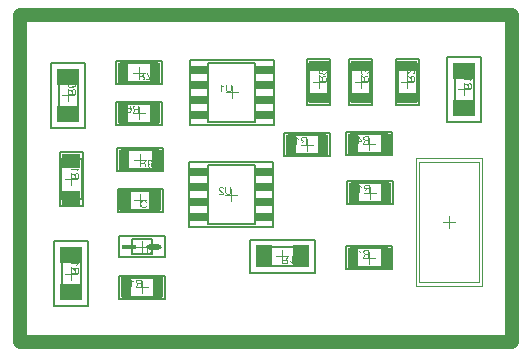
<source format=gtp>
G04*
G04 #@! TF.GenerationSoftware,Altium Limited,Altium Designer,21.5.1 (32)*
G04*
G04 Layer_Color=8421504*
%FSLAX43Y43*%
%MOMM*%
G71*
G04*
G04 #@! TF.SameCoordinates,A754A033-3592-4F6C-ACFC-670DDD80417B*
G04*
G04*
G04 #@! TF.FilePolarity,Positive*
G04*
G01*
G75*
%ADD12C,0.200*%
%ADD15C,1.200*%
%ADD16C,0.100*%
%ADD17C,0.050*%
G04:AMPARAMS|DCode=18|XSize=1.306mm|YSize=0.432mm|CornerRadius=0.216mm|HoleSize=0mm|Usage=FLASHONLY|Rotation=0.000|XOffset=0mm|YOffset=0mm|HoleType=Round|Shape=RoundedRectangle|*
%AMROUNDEDRECTD18*
21,1,1.306,0.000,0,0,0.0*
21,1,0.873,0.432,0,0,0.0*
1,1,0.432,0.437,0.000*
1,1,0.432,-0.437,0.000*
1,1,0.432,-0.437,0.000*
1,1,0.432,0.437,0.000*
%
%ADD18ROUNDEDRECTD18*%
%ADD19R,1.306X0.432*%
%ADD20R,1.858X1.355*%
%ADD21R,1.500X1.300*%
G04:AMPARAMS|DCode=22|XSize=1.55mm|YSize=0.6mm|CornerRadius=0.051mm|HoleSize=0mm|Usage=FLASHONLY|Rotation=180.000|XOffset=0mm|YOffset=0mm|HoleType=Round|Shape=RoundedRectangle|*
%AMROUNDEDRECTD22*
21,1,1.550,0.498,0,0,180.0*
21,1,1.448,0.600,0,0,180.0*
1,1,0.102,-0.724,0.249*
1,1,0.102,0.724,0.249*
1,1,0.102,0.724,-0.249*
1,1,0.102,-0.724,-0.249*
%
%ADD22ROUNDEDRECTD22*%
%ADD23R,0.955X1.658*%
%ADD24R,1.355X1.858*%
%ADD25R,1.658X0.955*%
%ADD26R,1.106X1.658*%
G36*
X10338Y7452D02*
X10584D01*
X10600Y7453D01*
X10619Y7454D01*
X10637Y7456D01*
X10656Y7459D01*
X10672Y7461D01*
X10672D01*
X10674Y7462D01*
X10677D01*
X10681Y7464D01*
X10691Y7467D01*
X10704Y7472D01*
X10719Y7478D01*
X10734Y7486D01*
X10750Y7496D01*
X10765Y7508D01*
X10766Y7509D01*
X10767Y7509D01*
X10770Y7512D01*
X10773Y7515D01*
X10783Y7524D01*
X10794Y7537D01*
X10806Y7553D01*
X10819Y7571D01*
X10831Y7593D01*
X10841Y7617D01*
Y7618D01*
X10842Y7619D01*
X10844Y7623D01*
X10844Y7629D01*
X10847Y7635D01*
X10849Y7643D01*
X10851Y7651D01*
X10854Y7661D01*
X10856Y7671D01*
X10858Y7683D01*
X10863Y7709D01*
X10866Y7738D01*
X10867Y7769D01*
Y7770D01*
Y7772D01*
Y7777D01*
Y7781D01*
X10866Y7788D01*
Y7795D01*
X10865Y7813D01*
X10862Y7833D01*
X10859Y7854D01*
X10855Y7877D01*
X10849Y7899D01*
Y7900D01*
X10848Y7901D01*
X10847Y7904D01*
X10846Y7908D01*
X10843Y7918D01*
X10837Y7931D01*
X10832Y7946D01*
X10824Y7961D01*
X10815Y7976D01*
X10806Y7991D01*
X10805Y7993D01*
X10801Y7998D01*
X10795Y8004D01*
X10788Y8012D01*
X10780Y8022D01*
X10770Y8031D01*
X10759Y8041D01*
X10747Y8049D01*
X10746Y8050D01*
X10742Y8053D01*
X10735Y8057D01*
X10726Y8061D01*
X10715Y8067D01*
X10702Y8072D01*
X10687Y8077D01*
X10671Y8082D01*
X10669D01*
X10666Y8083D01*
X10663Y8084D01*
X10654Y8085D01*
X10641Y8086D01*
X10626Y8088D01*
X10609Y8090D01*
X10589Y8091D01*
X10568Y8092D01*
X10338D01*
Y7452D01*
D02*
G37*
G36*
X11168Y7592D02*
X11167Y7593D01*
X11163Y7596D01*
X11157Y7602D01*
X11148Y7608D01*
X11138Y7617D01*
X11125Y7626D01*
X11110Y7636D01*
X11093Y7646D01*
X11092D01*
X11091Y7647D01*
X11086Y7651D01*
X11077Y7656D01*
X11065Y7661D01*
X11052Y7668D01*
X11039Y7674D01*
X11025Y7681D01*
X11011Y7686D01*
Y7610D01*
X11012D01*
X11014Y7608D01*
X11017Y7607D01*
X11022Y7605D01*
X11028Y7602D01*
X11034Y7598D01*
X11050Y7589D01*
X11068Y7579D01*
X11087Y7566D01*
X11106Y7551D01*
X11126Y7535D01*
X11126Y7534D01*
X11127Y7534D01*
X11130Y7531D01*
X11134Y7528D01*
X11142Y7519D01*
X11153Y7508D01*
X11164Y7495D01*
X11176Y7480D01*
X11187Y7465D01*
X11196Y7449D01*
X11247D01*
Y8092D01*
X11168D01*
Y7592D01*
D02*
G37*
G36*
X4327Y21954D02*
X4320Y21954D01*
X4312Y21953D01*
X4302Y21951D01*
X4291Y21949D01*
X4267Y21943D01*
X4242Y21934D01*
X4229Y21929D01*
X4217Y21921D01*
X4204Y21914D01*
X4192Y21904D01*
X4192Y21904D01*
X4189Y21902D01*
X4185Y21898D01*
X4180Y21893D01*
X4175Y21887D01*
X4167Y21880D01*
X4161Y21870D01*
X4154Y21860D01*
X4146Y21849D01*
X4140Y21836D01*
X4133Y21822D01*
X4127Y21807D01*
X4122Y21792D01*
X4118Y21774D01*
X4116Y21756D01*
X4115Y21736D01*
Y21728D01*
X4116Y21721D01*
X4117Y21714D01*
X4118Y21706D01*
X4118Y21696D01*
X4121Y21685D01*
X4127Y21662D01*
X4135Y21639D01*
X4141Y21627D01*
X4147Y21615D01*
X4155Y21604D01*
X4163Y21593D01*
X4164Y21592D01*
X4165Y21590D01*
X4168Y21588D01*
X4172Y21585D01*
X4177Y21580D01*
X4182Y21575D01*
X4190Y21570D01*
X4198Y21565D01*
X4206Y21560D01*
X4216Y21554D01*
X4239Y21544D01*
X4265Y21536D01*
X4278Y21533D01*
X4293Y21531D01*
X4300Y21613D01*
X4299D01*
X4297D01*
X4294Y21614D01*
X4290Y21615D01*
X4279Y21618D01*
X4266Y21622D01*
X4252Y21627D01*
X4236Y21635D01*
X4222Y21644D01*
X4209Y21655D01*
X4208Y21657D01*
X4204Y21660D01*
X4200Y21668D01*
X4194Y21678D01*
X4189Y21689D01*
X4184Y21703D01*
X4180Y21719D01*
X4180Y21736D01*
Y21742D01*
X4180Y21745D01*
X4181Y21757D01*
X4185Y21770D01*
X4190Y21785D01*
X4197Y21801D01*
X4208Y21818D01*
X4215Y21825D01*
X4222Y21832D01*
X4223Y21833D01*
X4224Y21834D01*
X4227Y21836D01*
X4229Y21839D01*
X4240Y21845D01*
X4253Y21853D01*
X4268Y21859D01*
X4288Y21866D01*
X4311Y21870D01*
X4323Y21872D01*
X4336D01*
X4337D01*
X4339D01*
X4342D01*
X4347Y21871D01*
X4352D01*
X4359Y21870D01*
X4374Y21868D01*
X4391Y21863D01*
X4409Y21856D01*
X4425Y21847D01*
X4441Y21834D01*
X4442D01*
X4443Y21832D01*
X4448Y21828D01*
X4454Y21819D01*
X4462Y21808D01*
X4468Y21794D01*
X4474Y21777D01*
X4479Y21757D01*
X4481Y21746D01*
Y21729D01*
X4480Y21721D01*
X4479Y21712D01*
X4476Y21701D01*
X4474Y21690D01*
X4469Y21678D01*
X4463Y21666D01*
X4462Y21665D01*
X4461Y21661D01*
X4456Y21656D01*
X4451Y21648D01*
X4445Y21641D01*
X4437Y21634D01*
X4428Y21625D01*
X4418Y21619D01*
X4428Y21545D01*
X4757Y21607D01*
Y21925D01*
X4682D01*
Y21669D01*
X4510Y21635D01*
X4510Y21635D01*
X4511Y21637D01*
X4513Y21640D01*
X4516Y21645D01*
X4519Y21650D01*
X4523Y21657D01*
X4530Y21672D01*
X4537Y21690D01*
X4544Y21710D01*
X4548Y21733D01*
X4550Y21744D01*
Y21764D01*
X4549Y21770D01*
X4548Y21777D01*
X4547Y21785D01*
X4546Y21794D01*
X4543Y21805D01*
X4536Y21827D01*
X4532Y21839D01*
X4525Y21851D01*
X4519Y21863D01*
X4511Y21875D01*
X4502Y21886D01*
X4492Y21897D01*
X4491Y21898D01*
X4489Y21900D01*
X4486Y21903D01*
X4482Y21906D01*
X4475Y21911D01*
X4469Y21916D01*
X4461Y21921D01*
X4451Y21927D01*
X4441Y21931D01*
X4430Y21937D01*
X4417Y21941D01*
X4404Y21946D01*
X4390Y21950D01*
X4375Y21953D01*
X4359Y21954D01*
X4342Y21955D01*
X4341D01*
X4339D01*
X4334D01*
X4327Y21954D01*
D02*
G37*
G36*
X4126Y21376D02*
X4259Y21292D01*
X4260D01*
X4262Y21290D01*
X4265Y21288D01*
X4268Y21285D01*
X4278Y21279D01*
X4291Y21270D01*
X4305Y21260D01*
X4320Y21250D01*
X4334Y21240D01*
X4347Y21230D01*
X4348Y21230D01*
X4351Y21227D01*
X4357Y21222D01*
X4364Y21216D01*
X4377Y21202D01*
X4384Y21194D01*
X4389Y21187D01*
X4390Y21186D01*
X4391Y21184D01*
X4393Y21181D01*
X4396Y21175D01*
X4399Y21169D01*
X4401Y21163D01*
X4406Y21148D01*
Y21147D01*
X4407Y21145D01*
Y21142D01*
X4408Y21137D01*
X4409Y21131D01*
Y21123D01*
X4410Y21113D01*
Y21004D01*
X4126D01*
Y20919D01*
X4766D01*
Y21216D01*
X4765Y21223D01*
Y21231D01*
X4764Y21251D01*
X4761Y21271D01*
X4758Y21293D01*
X4754Y21314D01*
X4751Y21324D01*
X4748Y21332D01*
Y21333D01*
X4747Y21334D01*
X4744Y21340D01*
X4741Y21348D01*
X4734Y21358D01*
X4726Y21369D01*
X4715Y21381D01*
X4702Y21392D01*
X4687Y21403D01*
X4686D01*
X4685Y21404D01*
X4680Y21408D01*
X4670Y21412D01*
X4658Y21417D01*
X4645Y21422D01*
X4628Y21427D01*
X4610Y21429D01*
X4591Y21430D01*
X4590D01*
X4588D01*
X4584D01*
X4580Y21429D01*
X4573D01*
X4567Y21428D01*
X4551Y21425D01*
X4533Y21419D01*
X4513Y21412D01*
X4494Y21401D01*
X4485Y21393D01*
X4475Y21386D01*
X4474Y21385D01*
X4474Y21384D01*
X4471Y21381D01*
X4468Y21378D01*
X4464Y21373D01*
X4461Y21367D01*
X4456Y21360D01*
X4450Y21353D01*
X4446Y21343D01*
X4441Y21333D01*
X4436Y21322D01*
X4431Y21310D01*
X4427Y21296D01*
X4423Y21282D01*
X4420Y21267D01*
X4417Y21250D01*
X4416Y21252D01*
X4414Y21255D01*
X4411Y21261D01*
X4407Y21268D01*
X4397Y21285D01*
X4390Y21293D01*
X4385Y21301D01*
X4383Y21303D01*
X4378Y21307D01*
X4371Y21315D01*
X4362Y21324D01*
X4349Y21334D01*
X4335Y21346D01*
X4318Y21358D01*
X4300Y21371D01*
X4126Y21481D01*
Y21376D01*
D02*
G37*
G36*
X4571Y15335D02*
X4566D01*
X4551Y15332D01*
X4533Y15330D01*
X4515Y15325D01*
X4495Y15319D01*
X4475Y15309D01*
X4474D01*
X4473Y15308D01*
X4470Y15307D01*
X4467Y15305D01*
X4458Y15299D01*
X4446Y15291D01*
X4433Y15281D01*
X4420Y15269D01*
X4407Y15254D01*
X4396Y15238D01*
Y15237D01*
X4395Y15236D01*
X4393Y15234D01*
X4392Y15230D01*
X4387Y15221D01*
X4383Y15209D01*
X4377Y15193D01*
X4373Y15175D01*
X4370Y15156D01*
X4369Y15135D01*
Y15130D01*
X4370Y15125D01*
Y15118D01*
X4371Y15110D01*
X4372Y15100D01*
X4375Y15089D01*
X4378Y15078D01*
X4382Y15065D01*
X4386Y15052D01*
X4392Y15039D01*
X4399Y15025D01*
X4408Y15013D01*
X4417Y15000D01*
X4428Y14987D01*
X4441Y14975D01*
X4442Y14974D01*
X4445Y14972D01*
X4448Y14969D01*
X4455Y14965D01*
X4463Y14960D01*
X4472Y14955D01*
X4484Y14950D01*
X4497Y14944D01*
X4513Y14938D01*
X4531Y14932D01*
X4550Y14927D01*
X4571Y14923D01*
X4595Y14918D01*
X4621Y14915D01*
X4649Y14914D01*
X4679Y14913D01*
X4679D01*
X4680D01*
X4683D01*
X4687D01*
X4696Y14914D01*
X4709D01*
X4724Y14915D01*
X4741Y14916D01*
X4761Y14918D01*
X4782Y14921D01*
X4803Y14925D01*
X4826Y14929D01*
X4849Y14935D01*
X4871Y14941D01*
X4892Y14950D01*
X4912Y14959D01*
X4932Y14969D01*
X4948Y14981D01*
X4949Y14982D01*
X4951Y14984D01*
X4955Y14988D01*
X4961Y14992D01*
X4966Y14998D01*
X4972Y15005D01*
X4979Y15014D01*
X4985Y15024D01*
X4992Y15035D01*
X4999Y15047D01*
X5005Y15061D01*
X5011Y15074D01*
X5016Y15090D01*
X5020Y15107D01*
X5022Y15124D01*
X5022Y15143D01*
Y15150D01*
X5022Y15156D01*
Y15162D01*
X5021Y15170D01*
X5017Y15187D01*
X5012Y15207D01*
X5005Y15227D01*
X4994Y15247D01*
X4987Y15258D01*
X4980Y15267D01*
X4979Y15268D01*
X4978Y15269D01*
X4975Y15271D01*
X4973Y15274D01*
X4968Y15279D01*
X4962Y15283D01*
X4949Y15293D01*
X4933Y15303D01*
X4912Y15312D01*
X4889Y15320D01*
X4863Y15326D01*
X4857Y15247D01*
X4858D01*
X4859Y15246D01*
X4864Y15246D01*
X4873Y15243D01*
X4883Y15239D01*
X4894Y15235D01*
X4905Y15230D01*
X4915Y15223D01*
X4924Y15217D01*
X4925Y15215D01*
X4929Y15211D01*
X4935Y15205D01*
X4941Y15196D01*
X4947Y15184D01*
X4952Y15171D01*
X4956Y15155D01*
X4958Y15138D01*
Y15132D01*
X4957Y15124D01*
X4955Y15116D01*
X4952Y15105D01*
X4948Y15094D01*
X4944Y15083D01*
X4936Y15072D01*
X4936Y15070D01*
X4932Y15065D01*
X4925Y15059D01*
X4916Y15050D01*
X4905Y15041D01*
X4892Y15031D01*
X4875Y15022D01*
X4857Y15013D01*
X4856D01*
X4854Y15012D01*
X4851Y15011D01*
X4848Y15009D01*
X4842Y15008D01*
X4836Y15006D01*
X4828Y15004D01*
X4819Y15002D01*
X4809Y15000D01*
X4798Y14998D01*
X4786Y14996D01*
X4773Y14995D01*
X4758Y14993D01*
X4743Y14992D01*
X4727Y14991D01*
X4710D01*
X4711Y14992D01*
X4716Y14996D01*
X4724Y15002D01*
X4733Y15011D01*
X4744Y15020D01*
X4754Y15032D01*
X4765Y15045D01*
X4774Y15060D01*
Y15061D01*
X4775Y15062D01*
X4777Y15067D01*
X4780Y15075D01*
X4785Y15087D01*
X4789Y15099D01*
X4791Y15114D01*
X4794Y15130D01*
X4795Y15147D01*
Y15154D01*
X4794Y15160D01*
X4793Y15167D01*
X4792Y15174D01*
X4790Y15184D01*
X4788Y15193D01*
X4781Y15214D01*
X4777Y15225D01*
X4770Y15236D01*
X4764Y15247D01*
X4756Y15259D01*
X4747Y15271D01*
X4737Y15281D01*
X4736Y15282D01*
X4734Y15283D01*
X4731Y15286D01*
X4727Y15289D01*
X4720Y15294D01*
X4714Y15298D01*
X4705Y15303D01*
X4696Y15308D01*
X4686Y15314D01*
X4675Y15319D01*
X4662Y15323D01*
X4649Y15328D01*
X4635Y15331D01*
X4619Y15333D01*
X4604Y15335D01*
X4587Y15336D01*
X4586D01*
X4584D01*
X4581D01*
X4577D01*
X4571Y15335D01*
D02*
G37*
G36*
X4380Y14636D02*
X4880D01*
X4879Y14635D01*
X4875Y14631D01*
X4870Y14625D01*
X4863Y14616D01*
X4855Y14606D01*
X4846Y14593D01*
X4836Y14578D01*
X4826Y14561D01*
Y14560D01*
X4825Y14560D01*
X4821Y14554D01*
X4816Y14545D01*
X4811Y14534D01*
X4804Y14521D01*
X4798Y14507D01*
X4791Y14493D01*
X4786Y14479D01*
X4862D01*
Y14480D01*
X4863Y14482D01*
X4864Y14486D01*
X4867Y14490D01*
X4870Y14496D01*
X4874Y14502D01*
X4883Y14518D01*
X4893Y14536D01*
X4906Y14555D01*
X4921Y14574D01*
X4936Y14594D01*
X4937Y14595D01*
X4938Y14596D01*
X4941Y14598D01*
X4944Y14602D01*
X4953Y14610D01*
X4964Y14621D01*
X4977Y14633D01*
X4992Y14645D01*
X5007Y14655D01*
X5022Y14664D01*
Y14715D01*
X4380D01*
Y14636D01*
D02*
G37*
G36*
Y14264D02*
X4513Y14180D01*
X4514D01*
X4516Y14178D01*
X4519Y14176D01*
X4522Y14173D01*
X4532Y14167D01*
X4545Y14158D01*
X4559Y14148D01*
X4574Y14138D01*
X4588Y14128D01*
X4601Y14118D01*
X4602Y14118D01*
X4605Y14115D01*
X4611Y14110D01*
X4617Y14104D01*
X4631Y14090D01*
X4638Y14082D01*
X4643Y14075D01*
X4644Y14074D01*
X4645Y14072D01*
X4647Y14069D01*
X4650Y14063D01*
X4653Y14057D01*
X4655Y14051D01*
X4660Y14036D01*
Y14035D01*
X4661Y14033D01*
Y14030D01*
X4662Y14025D01*
X4663Y14019D01*
Y14011D01*
X4664Y14001D01*
Y13892D01*
X4380D01*
Y13807D01*
X5020D01*
Y14104D01*
X5019Y14111D01*
Y14119D01*
X5018Y14139D01*
X5015Y14159D01*
X5012Y14181D01*
X5008Y14202D01*
X5005Y14212D01*
X5002Y14220D01*
Y14221D01*
X5001Y14222D01*
X4998Y14228D01*
X4995Y14236D01*
X4988Y14246D01*
X4980Y14257D01*
X4969Y14269D01*
X4956Y14280D01*
X4941Y14291D01*
X4940D01*
X4939Y14292D01*
X4934Y14296D01*
X4924Y14300D01*
X4912Y14305D01*
X4899Y14310D01*
X4882Y14314D01*
X4864Y14317D01*
X4845Y14318D01*
X4844D01*
X4842D01*
X4838D01*
X4834Y14317D01*
X4827D01*
X4821Y14316D01*
X4805Y14313D01*
X4787Y14307D01*
X4767Y14300D01*
X4748Y14289D01*
X4739Y14281D01*
X4729Y14274D01*
X4728Y14273D01*
X4728Y14272D01*
X4725Y14269D01*
X4722Y14266D01*
X4718Y14261D01*
X4715Y14255D01*
X4710Y14248D01*
X4704Y14241D01*
X4700Y14231D01*
X4695Y14221D01*
X4690Y14210D01*
X4685Y14198D01*
X4681Y14184D01*
X4677Y14170D01*
X4674Y14155D01*
X4671Y14138D01*
X4670Y14140D01*
X4668Y14143D01*
X4665Y14149D01*
X4661Y14156D01*
X4651Y14173D01*
X4644Y14181D01*
X4639Y14189D01*
X4637Y14191D01*
X4632Y14195D01*
X4625Y14203D01*
X4616Y14212D01*
X4603Y14222D01*
X4589Y14234D01*
X4572Y14246D01*
X4554Y14259D01*
X4380Y14369D01*
Y14264D01*
D02*
G37*
G36*
X4581Y7339D02*
X4574Y7338D01*
X4566Y7337D01*
X4556Y7335D01*
X4545Y7333D01*
X4521Y7328D01*
X4496Y7319D01*
X4483Y7313D01*
X4471Y7306D01*
X4458Y7298D01*
X4446Y7289D01*
X4446Y7288D01*
X4443Y7286D01*
X4439Y7282D01*
X4434Y7278D01*
X4429Y7271D01*
X4421Y7264D01*
X4415Y7255D01*
X4408Y7245D01*
X4400Y7233D01*
X4394Y7220D01*
X4387Y7207D01*
X4381Y7192D01*
X4376Y7176D01*
X4372Y7159D01*
X4370Y7140D01*
X4369Y7121D01*
Y7112D01*
X4370Y7106D01*
X4371Y7098D01*
X4372Y7090D01*
X4372Y7080D01*
X4375Y7070D01*
X4381Y7047D01*
X4389Y7024D01*
X4395Y7012D01*
X4401Y7000D01*
X4409Y6988D01*
X4417Y6977D01*
X4418Y6976D01*
X4419Y6975D01*
X4422Y6973D01*
X4426Y6969D01*
X4431Y6964D01*
X4436Y6960D01*
X4444Y6954D01*
X4452Y6950D01*
X4460Y6944D01*
X4470Y6939D01*
X4493Y6928D01*
X4519Y6920D01*
X4532Y6917D01*
X4547Y6915D01*
X4554Y6998D01*
X4553D01*
X4551D01*
X4548Y6999D01*
X4544Y7000D01*
X4533Y7002D01*
X4519Y7006D01*
X4506Y7012D01*
X4490Y7019D01*
X4476Y7028D01*
X4463Y7039D01*
X4462Y7041D01*
X4458Y7045D01*
X4454Y7052D01*
X4448Y7062D01*
X4443Y7073D01*
X4438Y7087D01*
X4434Y7103D01*
X4434Y7121D01*
Y7126D01*
X4434Y7130D01*
X4435Y7141D01*
X4439Y7154D01*
X4444Y7170D01*
X4451Y7185D01*
X4462Y7202D01*
X4469Y7209D01*
X4476Y7217D01*
X4477Y7218D01*
X4478Y7219D01*
X4481Y7220D01*
X4483Y7223D01*
X4494Y7230D01*
X4507Y7237D01*
X4522Y7244D01*
X4542Y7250D01*
X4565Y7255D01*
X4577Y7257D01*
X4590D01*
X4591D01*
X4593D01*
X4596D01*
X4601Y7256D01*
X4606D01*
X4613Y7255D01*
X4628Y7252D01*
X4645Y7247D01*
X4663Y7241D01*
X4679Y7232D01*
X4695Y7219D01*
X4696D01*
X4697Y7217D01*
X4702Y7212D01*
X4708Y7204D01*
X4715Y7193D01*
X4722Y7178D01*
X4728Y7161D01*
X4733Y7142D01*
X4735Y7131D01*
Y7113D01*
X4734Y7106D01*
X4733Y7097D01*
X4730Y7086D01*
X4728Y7074D01*
X4723Y7062D01*
X4717Y7050D01*
X4716Y7049D01*
X4715Y7046D01*
X4710Y7040D01*
X4705Y7033D01*
X4699Y7025D01*
X4691Y7018D01*
X4682Y7010D01*
X4672Y7003D01*
X4682Y6929D01*
X5011Y6991D01*
Y7309D01*
X4936D01*
Y7053D01*
X4764Y7019D01*
X4765Y7020D01*
X4765Y7022D01*
X4767Y7024D01*
X4770Y7029D01*
X4773Y7035D01*
X4777Y7041D01*
X4784Y7056D01*
X4791Y7074D01*
X4798Y7095D01*
X4802Y7117D01*
X4804Y7128D01*
Y7148D01*
X4803Y7154D01*
X4802Y7161D01*
X4801Y7170D01*
X4800Y7179D01*
X4797Y7189D01*
X4790Y7211D01*
X4786Y7223D01*
X4779Y7235D01*
X4773Y7247D01*
X4765Y7259D01*
X4756Y7270D01*
X4746Y7282D01*
X4745Y7282D01*
X4743Y7284D01*
X4740Y7287D01*
X4736Y7291D01*
X4729Y7295D01*
X4723Y7300D01*
X4715Y7306D01*
X4705Y7311D01*
X4695Y7316D01*
X4684Y7321D01*
X4671Y7326D01*
X4658Y7331D01*
X4644Y7334D01*
X4629Y7337D01*
X4613Y7339D01*
X4596Y7340D01*
X4595D01*
X4593D01*
X4588D01*
X4581Y7339D01*
D02*
G37*
G36*
X4380Y6635D02*
X4880D01*
X4879Y6634D01*
X4875Y6630D01*
X4870Y6624D01*
X4863Y6615D01*
X4855Y6605D01*
X4846Y6592D01*
X4836Y6577D01*
X4826Y6560D01*
Y6559D01*
X4825Y6559D01*
X4821Y6553D01*
X4816Y6544D01*
X4811Y6533D01*
X4804Y6520D01*
X4798Y6506D01*
X4791Y6492D01*
X4786Y6478D01*
X4862D01*
Y6479D01*
X4863Y6481D01*
X4864Y6485D01*
X4867Y6489D01*
X4870Y6495D01*
X4874Y6501D01*
X4883Y6517D01*
X4893Y6535D01*
X4906Y6554D01*
X4921Y6573D01*
X4936Y6593D01*
X4937Y6594D01*
X4938Y6595D01*
X4941Y6597D01*
X4944Y6601D01*
X4953Y6609D01*
X4964Y6620D01*
X4977Y6632D01*
X4992Y6644D01*
X5007Y6654D01*
X5022Y6663D01*
Y6714D01*
X4380D01*
Y6635D01*
D02*
G37*
G36*
Y6263D02*
X4513Y6179D01*
X4514D01*
X4516Y6177D01*
X4519Y6175D01*
X4522Y6172D01*
X4532Y6166D01*
X4545Y6157D01*
X4559Y6147D01*
X4574Y6137D01*
X4588Y6127D01*
X4601Y6117D01*
X4602Y6117D01*
X4605Y6114D01*
X4611Y6109D01*
X4617Y6103D01*
X4631Y6089D01*
X4638Y6081D01*
X4643Y6074D01*
X4644Y6073D01*
X4645Y6071D01*
X4647Y6068D01*
X4650Y6062D01*
X4653Y6056D01*
X4655Y6050D01*
X4660Y6035D01*
Y6034D01*
X4661Y6032D01*
Y6029D01*
X4662Y6024D01*
X4663Y6018D01*
Y6010D01*
X4664Y6000D01*
Y5891D01*
X4380D01*
Y5806D01*
X5020D01*
Y6103D01*
X5019Y6110D01*
Y6118D01*
X5018Y6138D01*
X5015Y6158D01*
X5012Y6180D01*
X5008Y6201D01*
X5005Y6211D01*
X5002Y6219D01*
Y6220D01*
X5001Y6221D01*
X4998Y6227D01*
X4995Y6235D01*
X4988Y6245D01*
X4980Y6256D01*
X4969Y6268D01*
X4956Y6279D01*
X4941Y6290D01*
X4940D01*
X4939Y6291D01*
X4934Y6295D01*
X4924Y6299D01*
X4912Y6304D01*
X4899Y6309D01*
X4882Y6313D01*
X4864Y6316D01*
X4845Y6317D01*
X4844D01*
X4842D01*
X4838D01*
X4834Y6316D01*
X4827D01*
X4821Y6315D01*
X4805Y6312D01*
X4787Y6306D01*
X4767Y6299D01*
X4748Y6288D01*
X4739Y6280D01*
X4729Y6273D01*
X4728Y6272D01*
X4728Y6271D01*
X4725Y6268D01*
X4722Y6265D01*
X4718Y6260D01*
X4715Y6254D01*
X4710Y6247D01*
X4704Y6240D01*
X4700Y6230D01*
X4695Y6220D01*
X4690Y6209D01*
X4685Y6197D01*
X4681Y6183D01*
X4677Y6169D01*
X4674Y6154D01*
X4671Y6137D01*
X4670Y6139D01*
X4668Y6142D01*
X4665Y6148D01*
X4661Y6155D01*
X4651Y6172D01*
X4644Y6180D01*
X4639Y6188D01*
X4637Y6190D01*
X4632Y6194D01*
X4625Y6202D01*
X4616Y6211D01*
X4603Y6221D01*
X4589Y6233D01*
X4572Y6245D01*
X4554Y6258D01*
X4380Y6368D01*
Y6263D01*
D02*
G37*
G36*
X17404Y12767D02*
Y12766D01*
Y12763D01*
Y12758D01*
Y12751D01*
X17405Y12743D01*
Y12734D01*
X17406Y12723D01*
X17407Y12712D01*
X17410Y12687D01*
X17413Y12661D01*
X17419Y12636D01*
X17423Y12624D01*
X17426Y12613D01*
Y12612D01*
X17427Y12610D01*
X17429Y12607D01*
X17431Y12604D01*
X17436Y12593D01*
X17445Y12580D01*
X17456Y12566D01*
X17469Y12551D01*
X17485Y12535D01*
X17506Y12521D01*
X17507D01*
X17509Y12519D01*
X17511Y12518D01*
X17516Y12516D01*
X17521Y12513D01*
X17529Y12510D01*
X17536Y12507D01*
X17546Y12504D01*
X17556Y12500D01*
X17567Y12497D01*
X17579Y12494D01*
X17593Y12492D01*
X17607Y12490D01*
X17621Y12488D01*
X17655Y12486D01*
X17663D01*
X17669Y12487D01*
X17677D01*
X17686Y12488D01*
X17696Y12489D01*
X17706Y12490D01*
X17729Y12494D01*
X17754Y12499D01*
X17778Y12506D01*
X17802Y12517D01*
X17803D01*
X17804Y12518D01*
X17807Y12520D01*
X17811Y12522D01*
X17821Y12530D01*
X17833Y12540D01*
X17847Y12553D01*
X17860Y12567D01*
X17873Y12586D01*
X17883Y12606D01*
Y12607D01*
X17884Y12609D01*
X17885Y12613D01*
X17887Y12617D01*
X17889Y12623D01*
X17890Y12630D01*
X17893Y12639D01*
X17895Y12649D01*
X17897Y12660D01*
X17900Y12672D01*
X17901Y12685D01*
X17903Y12699D01*
X17905Y12714D01*
X17906Y12731D01*
X17907Y12749D01*
Y12767D01*
Y13137D01*
X17822D01*
Y12767D01*
Y12766D01*
Y12763D01*
Y12759D01*
Y12753D01*
X17821Y12747D01*
Y12739D01*
X17820Y12721D01*
X17818Y12701D01*
X17815Y12680D01*
X17812Y12661D01*
X17810Y12653D01*
X17807Y12644D01*
X17806Y12642D01*
X17804Y12638D01*
X17800Y12631D01*
X17794Y12622D01*
X17788Y12613D01*
X17778Y12603D01*
X17767Y12592D01*
X17754Y12584D01*
X17753Y12583D01*
X17748Y12580D01*
X17740Y12578D01*
X17729Y12574D01*
X17716Y12569D01*
X17699Y12567D01*
X17681Y12564D01*
X17662Y12563D01*
X17653D01*
X17647Y12564D01*
X17639D01*
X17631Y12565D01*
X17610Y12568D01*
X17588Y12573D01*
X17567Y12580D01*
X17546Y12591D01*
X17537Y12597D01*
X17529Y12604D01*
X17528Y12605D01*
X17527Y12606D01*
X17525Y12609D01*
X17522Y12613D01*
X17520Y12618D01*
X17516Y12624D01*
X17512Y12632D01*
X17509Y12641D01*
X17505Y12651D01*
X17502Y12663D01*
X17498Y12677D01*
X17496Y12691D01*
X17493Y12708D01*
X17491Y12726D01*
X17489Y12746D01*
Y12767D01*
Y13137D01*
X17404D01*
Y12767D01*
D02*
G37*
G36*
X17068Y13139D02*
X17060Y13138D01*
X17051Y13137D01*
X17041Y13135D01*
X17031Y13133D01*
X17006Y13127D01*
X16982Y13118D01*
X16970Y13112D01*
X16958Y13106D01*
X16947Y13097D01*
X16937Y13088D01*
X16936Y13087D01*
X16934Y13086D01*
X16933Y13082D01*
X16929Y13079D01*
X16924Y13074D01*
X16920Y13068D01*
X16915Y13061D01*
X16909Y13053D01*
X16900Y13035D01*
X16891Y13013D01*
X16887Y13002D01*
X16885Y12989D01*
X16884Y12976D01*
X16883Y12962D01*
Y12960D01*
Y12956D01*
X16884Y12948D01*
X16884Y12938D01*
X16886Y12927D01*
X16890Y12914D01*
X16894Y12900D01*
X16899Y12886D01*
X16900Y12885D01*
X16902Y12880D01*
X16906Y12873D01*
X16911Y12862D01*
X16919Y12851D01*
X16928Y12837D01*
X16939Y12824D01*
X16952Y12808D01*
X16954Y12806D01*
X16958Y12800D01*
X16963Y12796D01*
X16968Y12791D01*
X16973Y12786D01*
X16981Y12778D01*
X16988Y12771D01*
X16997Y12763D01*
X17006Y12753D01*
X17018Y12743D01*
X17030Y12733D01*
X17043Y12721D01*
X17057Y12709D01*
X17072Y12696D01*
X17073Y12695D01*
X17075Y12693D01*
X17079Y12690D01*
X17083Y12687D01*
X17089Y12681D01*
X17095Y12676D01*
X17110Y12664D01*
X17126Y12650D01*
X17141Y12636D01*
X17153Y12624D01*
X17159Y12619D01*
X17164Y12615D01*
X17165Y12614D01*
X17167Y12611D01*
X17171Y12607D01*
X17176Y12602D01*
X17180Y12595D01*
X17186Y12589D01*
X17197Y12573D01*
X16882D01*
Y12497D01*
X17306D01*
Y12498D01*
Y12502D01*
Y12507D01*
X17305Y12515D01*
X17304Y12523D01*
X17302Y12532D01*
X17301Y12542D01*
X17297Y12552D01*
Y12553D01*
X17296Y12554D01*
X17294Y12559D01*
X17290Y12567D01*
X17285Y12579D01*
X17277Y12592D01*
X17268Y12606D01*
X17258Y12621D01*
X17245Y12637D01*
Y12638D01*
X17243Y12639D01*
X17239Y12644D01*
X17230Y12653D01*
X17218Y12665D01*
X17204Y12678D01*
X17187Y12695D01*
X17166Y12714D01*
X17142Y12733D01*
X17141Y12734D01*
X17138Y12737D01*
X17132Y12741D01*
X17126Y12747D01*
X17117Y12754D01*
X17107Y12763D01*
X17097Y12772D01*
X17085Y12782D01*
X17062Y12804D01*
X17039Y12826D01*
X17028Y12837D01*
X17018Y12849D01*
X17008Y12859D01*
X17001Y12869D01*
Y12870D01*
X16999Y12871D01*
X16997Y12874D01*
X16995Y12877D01*
X16989Y12887D01*
X16982Y12899D01*
X16975Y12914D01*
X16969Y12930D01*
X16965Y12947D01*
X16963Y12964D01*
Y12965D01*
Y12966D01*
X16964Y12972D01*
X16965Y12981D01*
X16968Y12991D01*
X16971Y13004D01*
X16978Y13017D01*
X16986Y13030D01*
X16997Y13043D01*
X16999Y13045D01*
X17004Y13048D01*
X17010Y13053D01*
X17020Y13059D01*
X17033Y13065D01*
X17048Y13070D01*
X17066Y13074D01*
X17085Y13075D01*
X17091D01*
X17094Y13074D01*
X17105Y13073D01*
X17118Y13070D01*
X17132Y13067D01*
X17148Y13060D01*
X17163Y13052D01*
X17177Y13041D01*
X17178Y13039D01*
X17182Y13034D01*
X17188Y13027D01*
X17193Y13016D01*
X17200Y13003D01*
X17205Y12986D01*
X17209Y12968D01*
X17211Y12947D01*
X17291Y12955D01*
Y12956D01*
X17290Y12959D01*
Y12963D01*
X17289Y12970D01*
X17288Y12977D01*
X17286Y12985D01*
X17283Y12996D01*
X17280Y13006D01*
X17273Y13028D01*
X17262Y13050D01*
X17255Y13061D01*
X17247Y13072D01*
X17239Y13082D01*
X17229Y13092D01*
X17228Y13093D01*
X17227Y13094D01*
X17224Y13096D01*
X17219Y13099D01*
X17214Y13103D01*
X17207Y13106D01*
X17200Y13111D01*
X17190Y13116D01*
X17180Y13120D01*
X17169Y13125D01*
X17157Y13129D01*
X17144Y13132D01*
X17130Y13135D01*
X17116Y13138D01*
X17100Y13139D01*
X17083Y13140D01*
X17074D01*
X17068Y13139D01*
D02*
G37*
G36*
X17455Y21454D02*
Y21453D01*
Y21449D01*
Y21445D01*
Y21438D01*
X17456Y21430D01*
Y21421D01*
X17457Y21410D01*
X17458Y21399D01*
X17460Y21374D01*
X17464Y21348D01*
X17470Y21323D01*
X17473Y21311D01*
X17477Y21300D01*
Y21299D01*
X17478Y21297D01*
X17480Y21294D01*
X17482Y21290D01*
X17487Y21280D01*
X17496Y21267D01*
X17507Y21252D01*
X17520Y21238D01*
X17536Y21222D01*
X17557Y21208D01*
X17557D01*
X17559Y21206D01*
X17562Y21205D01*
X17567Y21203D01*
X17572Y21200D01*
X17580Y21197D01*
X17587Y21194D01*
X17596Y21190D01*
X17606Y21187D01*
X17618Y21184D01*
X17630Y21181D01*
X17643Y21178D01*
X17657Y21177D01*
X17672Y21175D01*
X17705Y21173D01*
X17714D01*
X17720Y21174D01*
X17728D01*
X17737Y21175D01*
X17747Y21176D01*
X17757Y21177D01*
X17780Y21180D01*
X17805Y21186D01*
X17829Y21193D01*
X17852Y21203D01*
X17853D01*
X17855Y21205D01*
X17858Y21207D01*
X17862Y21209D01*
X17872Y21216D01*
X17884Y21227D01*
X17898Y21239D01*
X17911Y21254D01*
X17924Y21273D01*
X17934Y21293D01*
Y21294D01*
X17935Y21296D01*
X17936Y21300D01*
X17937Y21304D01*
X17939Y21310D01*
X17941Y21317D01*
X17944Y21325D01*
X17946Y21336D01*
X17948Y21347D01*
X17950Y21359D01*
X17952Y21372D01*
X17954Y21386D01*
X17956Y21401D01*
X17957Y21418D01*
X17958Y21435D01*
Y21454D01*
Y21824D01*
X17873D01*
Y21454D01*
Y21453D01*
Y21450D01*
Y21446D01*
Y21440D01*
X17872Y21434D01*
Y21425D01*
X17871Y21408D01*
X17869Y21387D01*
X17866Y21367D01*
X17863Y21348D01*
X17861Y21339D01*
X17858Y21331D01*
X17857Y21329D01*
X17855Y21325D01*
X17851Y21318D01*
X17845Y21309D01*
X17839Y21300D01*
X17829Y21289D01*
X17818Y21279D01*
X17805Y21271D01*
X17803Y21270D01*
X17799Y21267D01*
X17790Y21264D01*
X17779Y21261D01*
X17766Y21256D01*
X17750Y21253D01*
X17732Y21251D01*
X17713Y21250D01*
X17704D01*
X17698Y21251D01*
X17690D01*
X17681Y21252D01*
X17661Y21255D01*
X17639Y21260D01*
X17618Y21267D01*
X17597Y21277D01*
X17588Y21284D01*
X17580Y21291D01*
X17579Y21292D01*
X17578Y21293D01*
X17576Y21296D01*
X17573Y21300D01*
X17570Y21305D01*
X17567Y21311D01*
X17563Y21319D01*
X17559Y21327D01*
X17556Y21337D01*
X17553Y21350D01*
X17549Y21363D01*
X17546Y21378D01*
X17544Y21395D01*
X17542Y21412D01*
X17540Y21433D01*
Y21454D01*
Y21824D01*
X17455D01*
Y21454D01*
D02*
G37*
G36*
X17050Y21184D02*
X17128D01*
Y21684D01*
X17129Y21683D01*
X17134Y21680D01*
X17140Y21674D01*
X17149Y21668D01*
X17159Y21659D01*
X17172Y21650D01*
X17187Y21640D01*
X17203Y21630D01*
X17204D01*
X17205Y21629D01*
X17211Y21625D01*
X17220Y21620D01*
X17231Y21615D01*
X17244Y21608D01*
X17258Y21602D01*
X17272Y21595D01*
X17286Y21590D01*
Y21666D01*
X17285D01*
X17283Y21668D01*
X17279Y21668D01*
X17275Y21671D01*
X17269Y21674D01*
X17263Y21678D01*
X17247Y21687D01*
X17228Y21697D01*
X17210Y21710D01*
X17190Y21725D01*
X17171Y21741D01*
X17170Y21742D01*
X17169Y21742D01*
X17166Y21745D01*
X17163Y21748D01*
X17154Y21757D01*
X17143Y21768D01*
X17132Y21781D01*
X17120Y21796D01*
X17110Y21811D01*
X17101Y21827D01*
X17050D01*
Y21184D01*
D02*
G37*
G36*
X8898Y4889D02*
X8811D01*
Y4816D01*
X8898D01*
Y4663D01*
X8977D01*
Y4816D01*
X9255D01*
Y4889D01*
X8962Y5303D01*
X8898D01*
Y4889D01*
D02*
G37*
G36*
X9430Y4663D02*
X9508D01*
Y5163D01*
X9509Y5162D01*
X9514Y5158D01*
X9520Y5153D01*
X9529Y5146D01*
X9539Y5138D01*
X9552Y5129D01*
X9567Y5119D01*
X9583Y5109D01*
X9584D01*
X9585Y5108D01*
X9591Y5104D01*
X9600Y5099D01*
X9611Y5094D01*
X9624Y5087D01*
X9638Y5081D01*
X9652Y5074D01*
X9666Y5069D01*
Y5145D01*
X9665D01*
X9663Y5146D01*
X9659Y5147D01*
X9655Y5150D01*
X9649Y5153D01*
X9643Y5157D01*
X9627Y5166D01*
X9608Y5176D01*
X9590Y5189D01*
X9570Y5204D01*
X9551Y5220D01*
X9550Y5220D01*
X9549Y5221D01*
X9546Y5224D01*
X9543Y5227D01*
X9534Y5236D01*
X9523Y5247D01*
X9512Y5260D01*
X9500Y5275D01*
X9490Y5290D01*
X9481Y5305D01*
X9430D01*
Y4663D01*
D02*
G37*
G36*
X10034Y5302D02*
X10025D01*
X10006Y5301D01*
X9986Y5298D01*
X9963Y5295D01*
X9943Y5291D01*
X9933Y5288D01*
X9925Y5285D01*
X9924D01*
X9923Y5284D01*
X9917Y5281D01*
X9909Y5278D01*
X9899Y5271D01*
X9888Y5263D01*
X9876Y5252D01*
X9864Y5239D01*
X9853Y5224D01*
Y5223D01*
X9852Y5222D01*
X9849Y5217D01*
X9845Y5207D01*
X9839Y5195D01*
X9835Y5182D01*
X9830Y5165D01*
X9827Y5147D01*
X9827Y5128D01*
Y5127D01*
Y5125D01*
Y5122D01*
X9827Y5117D01*
Y5110D01*
X9828Y5104D01*
X9832Y5088D01*
X9838Y5070D01*
X9845Y5050D01*
X9856Y5031D01*
X9864Y5022D01*
X9871Y5012D01*
X9872Y5011D01*
X9873Y5011D01*
X9876Y5008D01*
X9879Y5005D01*
X9884Y5001D01*
X9889Y4998D01*
X9897Y4993D01*
X9904Y4987D01*
X9913Y4983D01*
X9924Y4978D01*
X9935Y4973D01*
X9947Y4968D01*
X9961Y4964D01*
X9974Y4960D01*
X9990Y4957D01*
X10007Y4954D01*
X10005Y4953D01*
X10001Y4951D01*
X9996Y4948D01*
X9988Y4944D01*
X9972Y4934D01*
X9963Y4927D01*
X9956Y4922D01*
X9954Y4920D01*
X9950Y4915D01*
X9942Y4908D01*
X9933Y4899D01*
X9923Y4886D01*
X9911Y4872D01*
X9899Y4855D01*
X9886Y4837D01*
X9776Y4663D01*
X9881D01*
X9965Y4796D01*
Y4797D01*
X9967Y4799D01*
X9969Y4802D01*
X9972Y4805D01*
X9978Y4815D01*
X9986Y4828D01*
X9997Y4842D01*
X10007Y4857D01*
X10017Y4871D01*
X10026Y4884D01*
X10027Y4885D01*
X10030Y4889D01*
X10035Y4894D01*
X10041Y4901D01*
X10055Y4914D01*
X10062Y4921D01*
X10070Y4926D01*
X10071Y4927D01*
X10072Y4928D01*
X10076Y4930D01*
X10082Y4933D01*
X10087Y4936D01*
X10094Y4938D01*
X10109Y4943D01*
X10109D01*
X10111Y4944D01*
X10115D01*
X10120Y4945D01*
X10126Y4946D01*
X10133D01*
X10144Y4947D01*
X10253D01*
Y4663D01*
X10338D01*
Y5303D01*
X10041D01*
X10034Y5302D01*
D02*
G37*
G36*
X28312Y13317D02*
X28300Y13315D01*
X28285Y13312D01*
X28269Y13307D01*
X28252Y13302D01*
X28236Y13294D01*
X28235D01*
X28234Y13294D01*
X28228Y13291D01*
X28220Y13285D01*
X28211Y13279D01*
X28199Y13270D01*
X28188Y13259D01*
X28177Y13247D01*
X28168Y13233D01*
X28167Y13232D01*
X28164Y13227D01*
X28161Y13219D01*
X28156Y13208D01*
X28151Y13196D01*
X28148Y13183D01*
X28145Y13167D01*
X28144Y13151D01*
Y13149D01*
Y13144D01*
X28145Y13136D01*
X28147Y13126D01*
X28150Y13114D01*
X28154Y13101D01*
X28160Y13088D01*
X28167Y13075D01*
X28168Y13073D01*
X28171Y13070D01*
X28176Y13063D01*
X28184Y13056D01*
X28193Y13048D01*
X28204Y13038D01*
X28217Y13030D01*
X28233Y13022D01*
X28232D01*
X28230Y13021D01*
X28227Y13020D01*
X28224Y13019D01*
X28213Y13015D01*
X28200Y13010D01*
X28186Y13002D01*
X28171Y12993D01*
X28157Y12981D01*
X28144Y12967D01*
X28143Y12965D01*
X28139Y12960D01*
X28134Y12951D01*
X28128Y12939D01*
X28123Y12924D01*
X28117Y12906D01*
X28114Y12886D01*
X28113Y12864D01*
Y12863D01*
Y12860D01*
Y12855D01*
X28114Y12850D01*
X28114Y12842D01*
X28116Y12834D01*
X28118Y12825D01*
X28120Y12815D01*
X28127Y12792D01*
X28133Y12780D01*
X28138Y12769D01*
X28146Y12757D01*
X28154Y12745D01*
X28163Y12733D01*
X28175Y12722D01*
X28175Y12721D01*
X28177Y12719D01*
X28181Y12717D01*
X28186Y12713D01*
X28191Y12708D01*
X28199Y12704D01*
X28207Y12698D01*
X28217Y12694D01*
X28227Y12688D01*
X28239Y12682D01*
X28251Y12678D01*
X28265Y12673D01*
X28280Y12669D01*
X28296Y12667D01*
X28311Y12665D01*
X28329Y12664D01*
X28337D01*
X28343Y12665D01*
X28350Y12666D01*
X28359Y12667D01*
X28368Y12669D01*
X28378Y12670D01*
X28400Y12676D01*
X28423Y12685D01*
X28435Y12691D01*
X28446Y12697D01*
X28457Y12706D01*
X28469Y12714D01*
X28469Y12715D01*
X28471Y12717D01*
X28474Y12719D01*
X28477Y12723D01*
X28481Y12728D01*
X28486Y12734D01*
X28492Y12741D01*
X28497Y12749D01*
X28503Y12758D01*
X28508Y12767D01*
X28518Y12790D01*
X28527Y12816D01*
X28530Y12829D01*
X28531Y12844D01*
X28453Y12854D01*
Y12853D01*
X28452Y12852D01*
X28451Y12848D01*
X28450Y12843D01*
X28449Y12838D01*
X28447Y12831D01*
X28443Y12817D01*
X28436Y12801D01*
X28428Y12785D01*
X28419Y12770D01*
X28408Y12757D01*
X28406Y12756D01*
X28402Y12753D01*
X28395Y12748D01*
X28385Y12743D01*
X28374Y12738D01*
X28360Y12733D01*
X28345Y12730D01*
X28328Y12729D01*
X28322D01*
X28319Y12730D01*
X28309Y12730D01*
X28296Y12733D01*
X28281Y12738D01*
X28265Y12744D01*
X28249Y12754D01*
X28235Y12767D01*
X28233Y12768D01*
X28228Y12774D01*
X28223Y12782D01*
X28215Y12793D01*
X28208Y12807D01*
X28202Y12823D01*
X28198Y12841D01*
X28196Y12862D01*
Y12863D01*
Y12865D01*
Y12867D01*
X28197Y12871D01*
X28198Y12881D01*
X28200Y12893D01*
X28204Y12908D01*
X28211Y12923D01*
X28220Y12938D01*
X28232Y12951D01*
X28234Y12953D01*
X28238Y12957D01*
X28246Y12963D01*
X28256Y12969D01*
X28269Y12976D01*
X28285Y12981D01*
X28302Y12985D01*
X28322Y12987D01*
X28330D01*
X28336Y12986D01*
X28345Y12985D01*
X28354Y12983D01*
X28365Y12981D01*
X28377Y12978D01*
X28368Y13048D01*
X28363D01*
X28359Y13047D01*
X28347D01*
X28337Y13049D01*
X28325Y13050D01*
X28311Y13053D01*
X28296Y13058D01*
X28281Y13064D01*
X28265Y13073D01*
X28264D01*
X28263Y13073D01*
X28259Y13077D01*
X28252Y13084D01*
X28245Y13092D01*
X28237Y13104D01*
X28231Y13118D01*
X28226Y13134D01*
X28224Y13143D01*
Y13153D01*
Y13154D01*
Y13155D01*
Y13160D01*
X28226Y13168D01*
X28228Y13178D01*
X28232Y13189D01*
X28236Y13201D01*
X28244Y13213D01*
X28254Y13224D01*
X28255Y13225D01*
X28260Y13229D01*
X28266Y13233D01*
X28274Y13239D01*
X28285Y13244D01*
X28298Y13248D01*
X28313Y13252D01*
X28330Y13253D01*
X28337D01*
X28346Y13251D01*
X28357Y13249D01*
X28369Y13245D01*
X28381Y13241D01*
X28394Y13233D01*
X28406Y13224D01*
X28407Y13223D01*
X28410Y13219D01*
X28416Y13212D01*
X28422Y13203D01*
X28429Y13191D01*
X28435Y13176D01*
X28441Y13159D01*
X28445Y13138D01*
X28523Y13152D01*
Y13153D01*
X28522Y13156D01*
X28521Y13159D01*
X28520Y13165D01*
X28518Y13172D01*
X28516Y13179D01*
X28510Y13196D01*
X28501Y13217D01*
X28490Y13237D01*
X28476Y13257D01*
X28458Y13274D01*
X28457Y13275D01*
X28456Y13276D01*
X28453Y13278D01*
X28449Y13281D01*
X28445Y13284D01*
X28438Y13288D01*
X28432Y13292D01*
X28423Y13296D01*
X28405Y13304D01*
X28383Y13311D01*
X28359Y13316D01*
X28346Y13318D01*
X28322D01*
X28312Y13317D01*
D02*
G37*
G36*
X28734Y12675D02*
X28812D01*
Y13175D01*
X28813Y13174D01*
X28818Y13171D01*
X28824Y13165D01*
X28833Y13159D01*
X28843Y13150D01*
X28856Y13141D01*
X28871Y13131D01*
X28887Y13121D01*
X28888D01*
X28889Y13120D01*
X28895Y13116D01*
X28904Y13111D01*
X28915Y13106D01*
X28928Y13099D01*
X28942Y13093D01*
X28956Y13086D01*
X28970Y13081D01*
Y13157D01*
X28969D01*
X28967Y13159D01*
X28963Y13159D01*
X28959Y13162D01*
X28953Y13165D01*
X28947Y13169D01*
X28931Y13178D01*
X28912Y13188D01*
X28894Y13201D01*
X28874Y13216D01*
X28855Y13232D01*
X28854Y13233D01*
X28853Y13233D01*
X28850Y13236D01*
X28847Y13239D01*
X28838Y13248D01*
X28827Y13259D01*
X28816Y13272D01*
X28804Y13287D01*
X28794Y13302D01*
X28785Y13318D01*
X28734D01*
Y12675D01*
D02*
G37*
G36*
X29338Y13314D02*
X29329D01*
X29310Y13313D01*
X29290Y13310D01*
X29267Y13307D01*
X29247Y13303D01*
X29237Y13300D01*
X29229Y13297D01*
X29228D01*
X29227Y13296D01*
X29221Y13294D01*
X29213Y13290D01*
X29203Y13283D01*
X29192Y13275D01*
X29180Y13264D01*
X29168Y13251D01*
X29157Y13236D01*
Y13235D01*
X29156Y13234D01*
X29153Y13229D01*
X29149Y13220D01*
X29143Y13208D01*
X29139Y13194D01*
X29134Y13177D01*
X29131Y13159D01*
X29131Y13140D01*
Y13139D01*
Y13137D01*
Y13134D01*
X29131Y13129D01*
Y13123D01*
X29132Y13116D01*
X29136Y13100D01*
X29142Y13082D01*
X29149Y13062D01*
X29160Y13043D01*
X29168Y13034D01*
X29175Y13024D01*
X29176Y13024D01*
X29177Y13023D01*
X29180Y13020D01*
X29183Y13017D01*
X29188Y13013D01*
X29193Y13010D01*
X29201Y13005D01*
X29208Y13000D01*
X29217Y12995D01*
X29228Y12990D01*
X29239Y12985D01*
X29251Y12980D01*
X29265Y12976D01*
X29278Y12972D01*
X29294Y12969D01*
X29311Y12966D01*
X29309Y12965D01*
X29305Y12963D01*
X29300Y12960D01*
X29292Y12956D01*
X29276Y12946D01*
X29267Y12939D01*
X29260Y12934D01*
X29258Y12932D01*
X29253Y12927D01*
X29246Y12920D01*
X29237Y12911D01*
X29227Y12898D01*
X29215Y12884D01*
X29203Y12867D01*
X29190Y12849D01*
X29080Y12675D01*
X29185D01*
X29269Y12808D01*
Y12809D01*
X29271Y12811D01*
X29273Y12814D01*
X29276Y12817D01*
X29282Y12828D01*
X29290Y12841D01*
X29301Y12854D01*
X29311Y12869D01*
X29321Y12883D01*
X29330Y12896D01*
X29331Y12897D01*
X29334Y12901D01*
X29339Y12906D01*
X29345Y12913D01*
X29359Y12926D01*
X29366Y12933D01*
X29374Y12939D01*
X29375Y12939D01*
X29376Y12940D01*
X29380Y12942D01*
X29386Y12945D01*
X29391Y12948D01*
X29398Y12951D01*
X29413Y12955D01*
X29413D01*
X29415Y12956D01*
X29419D01*
X29424Y12957D01*
X29430Y12958D01*
X29437D01*
X29448Y12959D01*
X29557D01*
Y12675D01*
X29642D01*
Y13315D01*
X29345D01*
X29338Y13314D01*
D02*
G37*
G36*
X22971Y17370D02*
X22963Y17369D01*
X22954Y17368D01*
X22944Y17366D01*
X22934Y17364D01*
X22910Y17358D01*
X22886Y17348D01*
X22874Y17343D01*
X22862Y17336D01*
X22851Y17328D01*
X22841Y17319D01*
X22840Y17318D01*
X22838Y17317D01*
X22836Y17313D01*
X22832Y17309D01*
X22828Y17305D01*
X22823Y17298D01*
X22818Y17292D01*
X22813Y17284D01*
X22804Y17266D01*
X22794Y17244D01*
X22791Y17233D01*
X22789Y17220D01*
X22787Y17207D01*
X22786Y17193D01*
Y17191D01*
Y17187D01*
X22787Y17179D01*
X22788Y17169D01*
X22790Y17158D01*
X22793Y17145D01*
X22797Y17131D01*
X22803Y17117D01*
X22804Y17115D01*
X22805Y17111D01*
X22809Y17103D01*
X22815Y17093D01*
X22822Y17082D01*
X22831Y17068D01*
X22842Y17054D01*
X22855Y17039D01*
X22857Y17037D01*
X22862Y17031D01*
X22866Y17027D01*
X22871Y17022D01*
X22877Y17016D01*
X22884Y17009D01*
X22891Y17002D01*
X22901Y16993D01*
X22910Y16984D01*
X22921Y16974D01*
X22933Y16964D01*
X22946Y16952D01*
X22961Y16940D01*
X22976Y16927D01*
X22976Y16926D01*
X22978Y16924D01*
X22982Y16921D01*
X22987Y16917D01*
X22992Y16912D01*
X22999Y16906D01*
X23013Y16894D01*
X23029Y16880D01*
X23044Y16867D01*
X23057Y16855D01*
X23062Y16850D01*
X23067Y16845D01*
X23068Y16844D01*
X23071Y16842D01*
X23074Y16838D01*
X23079Y16832D01*
X23084Y16826D01*
X23089Y16819D01*
X23100Y16804D01*
X22785D01*
Y16728D01*
X23209D01*
Y16729D01*
Y16733D01*
Y16738D01*
X23209Y16745D01*
X23208Y16754D01*
X23206Y16763D01*
X23204Y16772D01*
X23200Y16782D01*
Y16783D01*
X23199Y16784D01*
X23197Y16790D01*
X23194Y16798D01*
X23188Y16809D01*
X23181Y16822D01*
X23172Y16837D01*
X23161Y16852D01*
X23148Y16868D01*
Y16868D01*
X23147Y16869D01*
X23142Y16875D01*
X23134Y16883D01*
X23122Y16895D01*
X23108Y16909D01*
X23090Y16926D01*
X23069Y16944D01*
X23046Y16964D01*
X23045Y16965D01*
X23041Y16967D01*
X23036Y16972D01*
X23029Y16978D01*
X23021Y16985D01*
X23011Y16993D01*
X23000Y17003D01*
X22988Y17013D01*
X22965Y17035D01*
X22942Y17057D01*
X22931Y17068D01*
X22921Y17079D01*
X22912Y17089D01*
X22904Y17100D01*
Y17101D01*
X22902Y17101D01*
X22901Y17104D01*
X22899Y17108D01*
X22892Y17118D01*
X22885Y17130D01*
X22878Y17145D01*
X22872Y17161D01*
X22868Y17178D01*
X22866Y17195D01*
Y17196D01*
Y17197D01*
X22867Y17202D01*
X22868Y17211D01*
X22871Y17222D01*
X22875Y17235D01*
X22881Y17248D01*
X22890Y17260D01*
X22901Y17273D01*
X22902Y17275D01*
X22907Y17279D01*
X22914Y17284D01*
X22924Y17290D01*
X22937Y17296D01*
X22951Y17301D01*
X22969Y17305D01*
X22988Y17306D01*
X22994D01*
X22998Y17305D01*
X23009Y17304D01*
X23022Y17301D01*
X23036Y17297D01*
X23051Y17291D01*
X23066Y17283D01*
X23080Y17272D01*
X23082Y17270D01*
X23086Y17265D01*
X23091Y17258D01*
X23097Y17247D01*
X23103Y17234D01*
X23109Y17217D01*
X23112Y17199D01*
X23114Y17177D01*
X23195Y17186D01*
Y17187D01*
X23194Y17189D01*
Y17194D01*
X23193Y17200D01*
X23191Y17208D01*
X23189Y17216D01*
X23186Y17226D01*
X23184Y17236D01*
X23176Y17259D01*
X23165Y17281D01*
X23159Y17292D01*
X23150Y17303D01*
X23142Y17313D01*
X23133Y17322D01*
X23132Y17323D01*
X23130Y17324D01*
X23127Y17327D01*
X23123Y17330D01*
X23117Y17334D01*
X23111Y17337D01*
X23103Y17342D01*
X23094Y17346D01*
X23084Y17351D01*
X23073Y17356D01*
X23061Y17359D01*
X23048Y17363D01*
X23034Y17366D01*
X23019Y17369D01*
X23003Y17370D01*
X22987Y17370D01*
X22977D01*
X22971Y17370D01*
D02*
G37*
G36*
X23400Y16728D02*
X23478D01*
Y17228D01*
X23479Y17227D01*
X23484Y17223D01*
X23490Y17218D01*
X23499Y17211D01*
X23509Y17203D01*
X23522Y17194D01*
X23537Y17184D01*
X23553Y17174D01*
X23554D01*
X23555Y17173D01*
X23561Y17169D01*
X23570Y17164D01*
X23581Y17159D01*
X23594Y17152D01*
X23608Y17146D01*
X23622Y17139D01*
X23636Y17134D01*
Y17210D01*
X23635D01*
X23633Y17211D01*
X23629Y17212D01*
X23625Y17215D01*
X23619Y17218D01*
X23613Y17222D01*
X23597Y17231D01*
X23578Y17241D01*
X23560Y17254D01*
X23540Y17269D01*
X23521Y17285D01*
X23520Y17285D01*
X23519Y17286D01*
X23516Y17289D01*
X23513Y17292D01*
X23504Y17301D01*
X23493Y17312D01*
X23482Y17325D01*
X23470Y17340D01*
X23460Y17355D01*
X23451Y17370D01*
X23400D01*
Y16728D01*
D02*
G37*
G36*
X24004Y17367D02*
X23995D01*
X23976Y17366D01*
X23956Y17363D01*
X23933Y17360D01*
X23913Y17356D01*
X23903Y17353D01*
X23895Y17350D01*
X23894D01*
X23893Y17349D01*
X23887Y17346D01*
X23879Y17343D01*
X23869Y17336D01*
X23858Y17328D01*
X23846Y17317D01*
X23834Y17304D01*
X23823Y17289D01*
Y17288D01*
X23822Y17287D01*
X23819Y17282D01*
X23815Y17272D01*
X23809Y17260D01*
X23805Y17247D01*
X23800Y17230D01*
X23797Y17212D01*
X23797Y17193D01*
Y17192D01*
Y17190D01*
Y17187D01*
X23797Y17182D01*
Y17175D01*
X23798Y17169D01*
X23802Y17153D01*
X23808Y17135D01*
X23815Y17115D01*
X23826Y17096D01*
X23834Y17087D01*
X23841Y17077D01*
X23842Y17076D01*
X23843Y17076D01*
X23846Y17073D01*
X23849Y17070D01*
X23854Y17066D01*
X23859Y17063D01*
X23867Y17058D01*
X23874Y17052D01*
X23883Y17048D01*
X23894Y17043D01*
X23905Y17038D01*
X23917Y17033D01*
X23931Y17029D01*
X23944Y17025D01*
X23960Y17022D01*
X23977Y17019D01*
X23975Y17018D01*
X23971Y17016D01*
X23966Y17013D01*
X23958Y17009D01*
X23942Y16999D01*
X23933Y16992D01*
X23926Y16987D01*
X23924Y16985D01*
X23920Y16980D01*
X23912Y16973D01*
X23903Y16964D01*
X23893Y16951D01*
X23881Y16937D01*
X23869Y16920D01*
X23856Y16902D01*
X23746Y16728D01*
X23851D01*
X23935Y16861D01*
Y16862D01*
X23937Y16864D01*
X23939Y16867D01*
X23942Y16870D01*
X23948Y16880D01*
X23956Y16893D01*
X23967Y16907D01*
X23977Y16922D01*
X23987Y16936D01*
X23996Y16949D01*
X23997Y16950D01*
X24000Y16954D01*
X24005Y16959D01*
X24011Y16966D01*
X24025Y16979D01*
X24032Y16986D01*
X24040Y16991D01*
X24041Y16992D01*
X24042Y16993D01*
X24046Y16995D01*
X24052Y16998D01*
X24057Y17001D01*
X24064Y17003D01*
X24079Y17008D01*
X24079D01*
X24081Y17009D01*
X24085D01*
X24090Y17010D01*
X24096Y17011D01*
X24103D01*
X24114Y17012D01*
X24223D01*
Y16728D01*
X24308D01*
Y17368D01*
X24011D01*
X24004Y17367D01*
D02*
G37*
G36*
X22225Y6639D02*
X22522D01*
X22529Y6640D01*
X22537D01*
X22557Y6641D01*
X22577Y6644D01*
X22599Y6647D01*
X22620Y6651D01*
X22630Y6654D01*
X22638Y6657D01*
X22639D01*
X22640Y6658D01*
X22646Y6661D01*
X22654Y6664D01*
X22664Y6671D01*
X22675Y6679D01*
X22687Y6690D01*
X22698Y6703D01*
X22709Y6718D01*
Y6719D01*
X22710Y6720D01*
X22714Y6725D01*
X22718Y6735D01*
X22723Y6747D01*
X22728Y6760D01*
X22733Y6777D01*
X22735Y6795D01*
X22736Y6814D01*
Y6815D01*
Y6817D01*
Y6821D01*
X22735Y6825D01*
Y6832D01*
X22734Y6838D01*
X22731Y6854D01*
X22725Y6872D01*
X22718Y6892D01*
X22707Y6911D01*
X22699Y6920D01*
X22692Y6930D01*
X22691Y6931D01*
X22690Y6932D01*
X22687Y6934D01*
X22684Y6937D01*
X22679Y6941D01*
X22673Y6944D01*
X22666Y6949D01*
X22659Y6955D01*
X22649Y6959D01*
X22639Y6964D01*
X22628Y6969D01*
X22616Y6974D01*
X22602Y6978D01*
X22588Y6982D01*
X22573Y6985D01*
X22556Y6988D01*
X22558Y6989D01*
X22562Y6991D01*
X22567Y6994D01*
X22574Y6998D01*
X22591Y7008D01*
X22599Y7015D01*
X22607Y7020D01*
X22609Y7022D01*
X22613Y7027D01*
X22621Y7034D01*
X22630Y7043D01*
X22640Y7056D01*
X22652Y7070D01*
X22664Y7087D01*
X22677Y7105D01*
X22787Y7279D01*
X22682D01*
X22598Y7146D01*
Y7145D01*
X22596Y7143D01*
X22594Y7140D01*
X22591Y7137D01*
X22585Y7127D01*
X22576Y7114D01*
X22566Y7100D01*
X22556Y7085D01*
X22546Y7071D01*
X22537Y7058D01*
X22536Y7057D01*
X22533Y7054D01*
X22528Y7048D01*
X22522Y7042D01*
X22508Y7028D01*
X22501Y7021D01*
X22493Y7016D01*
X22492Y7015D01*
X22490Y7014D01*
X22487Y7012D01*
X22481Y7009D01*
X22476Y7006D01*
X22469Y7004D01*
X22454Y6999D01*
X22453D01*
X22452Y6998D01*
X22448D01*
X22443Y6997D01*
X22437Y6996D01*
X22429D01*
X22419Y6995D01*
X22310D01*
Y7279D01*
X22225D01*
Y6639D01*
D02*
G37*
G36*
X23054Y6779D02*
X23053Y6780D01*
X23049Y6784D01*
X23043Y6789D01*
X23034Y6796D01*
X23024Y6804D01*
X23011Y6813D01*
X22996Y6823D01*
X22979Y6833D01*
X22979D01*
X22978Y6834D01*
X22972Y6838D01*
X22963Y6843D01*
X22952Y6848D01*
X22939Y6855D01*
X22925Y6861D01*
X22911Y6868D01*
X22897Y6873D01*
Y6797D01*
X22898D01*
X22900Y6796D01*
X22904Y6795D01*
X22908Y6792D01*
X22914Y6789D01*
X22920Y6785D01*
X22936Y6776D01*
X22954Y6766D01*
X22973Y6753D01*
X22992Y6738D01*
X23012Y6723D01*
X23013Y6722D01*
X23014Y6721D01*
X23016Y6718D01*
X23020Y6715D01*
X23028Y6706D01*
X23040Y6695D01*
X23051Y6682D01*
X23063Y6667D01*
X23073Y6652D01*
X23082Y6637D01*
X23133D01*
Y7279D01*
X23054D01*
Y6779D01*
D02*
G37*
G36*
X23552D02*
X23551Y6780D01*
X23546Y6784D01*
X23541Y6789D01*
X23531Y6796D01*
X23521Y6804D01*
X23508Y6813D01*
X23493Y6823D01*
X23477Y6833D01*
X23476D01*
X23475Y6834D01*
X23469Y6838D01*
X23460Y6843D01*
X23449Y6848D01*
X23436Y6855D01*
X23422Y6861D01*
X23408Y6868D01*
X23395Y6873D01*
Y6797D01*
X23395D01*
X23397Y6796D01*
X23401Y6795D01*
X23406Y6792D01*
X23411Y6789D01*
X23418Y6785D01*
X23433Y6776D01*
X23452Y6766D01*
X23470Y6753D01*
X23490Y6738D01*
X23509Y6723D01*
X23510Y6722D01*
X23511Y6721D01*
X23514Y6718D01*
X23518Y6715D01*
X23526Y6706D01*
X23537Y6695D01*
X23548Y6682D01*
X23560Y6667D01*
X23570Y6652D01*
X23579Y6637D01*
X23630D01*
Y7279D01*
X23552D01*
Y6779D01*
D02*
G37*
G36*
X28683Y7163D02*
X28762D01*
Y7663D01*
X28763Y7662D01*
X28767Y7659D01*
X28773Y7653D01*
X28782Y7647D01*
X28792Y7638D01*
X28805Y7629D01*
X28820Y7619D01*
X28837Y7609D01*
X28837D01*
X28838Y7608D01*
X28844Y7604D01*
X28853Y7600D01*
X28864Y7594D01*
X28877Y7588D01*
X28891Y7581D01*
X28905Y7575D01*
X28919Y7569D01*
Y7645D01*
X28918D01*
X28916Y7647D01*
X28912Y7648D01*
X28908Y7650D01*
X28902Y7653D01*
X28896Y7657D01*
X28880Y7666D01*
X28862Y7676D01*
X28843Y7689D01*
X28824Y7704D01*
X28804Y7720D01*
X28803Y7721D01*
X28802Y7722D01*
X28800Y7724D01*
X28796Y7727D01*
X28788Y7736D01*
X28776Y7748D01*
X28765Y7760D01*
X28753Y7775D01*
X28743Y7790D01*
X28734Y7806D01*
X28683D01*
Y7163D01*
D02*
G37*
G36*
X29287Y7802D02*
X29279D01*
X29259Y7801D01*
X29239Y7798D01*
X29217Y7796D01*
X29196Y7791D01*
X29186Y7788D01*
X29178Y7785D01*
X29177D01*
X29176Y7785D01*
X29170Y7782D01*
X29162Y7778D01*
X29152Y7772D01*
X29141Y7763D01*
X29129Y7752D01*
X29118Y7739D01*
X29107Y7724D01*
Y7723D01*
X29106Y7723D01*
X29102Y7717D01*
X29098Y7708D01*
X29093Y7696D01*
X29088Y7682D01*
X29083Y7665D01*
X29081Y7648D01*
X29080Y7628D01*
Y7627D01*
Y7625D01*
Y7622D01*
X29081Y7617D01*
Y7611D01*
X29082Y7604D01*
X29085Y7589D01*
X29091Y7570D01*
X29098Y7551D01*
X29109Y7531D01*
X29117Y7522D01*
X29124Y7513D01*
X29125Y7512D01*
X29126Y7511D01*
X29129Y7508D01*
X29132Y7505D01*
X29137Y7502D01*
X29143Y7498D01*
X29150Y7493D01*
X29157Y7488D01*
X29167Y7483D01*
X29177Y7478D01*
X29188Y7473D01*
X29200Y7468D01*
X29214Y7465D01*
X29228Y7460D01*
X29243Y7457D01*
X29260Y7454D01*
X29258Y7454D01*
X29254Y7452D01*
X29249Y7448D01*
X29242Y7444D01*
X29225Y7434D01*
X29217Y7428D01*
X29209Y7422D01*
X29207Y7420D01*
X29203Y7416D01*
X29195Y7408D01*
X29186Y7399D01*
X29176Y7386D01*
X29164Y7372D01*
X29152Y7356D01*
X29139Y7337D01*
X29029Y7163D01*
X29134D01*
X29218Y7296D01*
Y7297D01*
X29220Y7299D01*
X29222Y7302D01*
X29225Y7306D01*
X29231Y7316D01*
X29240Y7329D01*
X29250Y7343D01*
X29260Y7357D01*
X29270Y7371D01*
X29279Y7384D01*
X29280Y7385D01*
X29283Y7389D01*
X29288Y7394D01*
X29294Y7401D01*
X29308Y7415D01*
X29315Y7421D01*
X29323Y7427D01*
X29324Y7428D01*
X29326Y7429D01*
X29329Y7430D01*
X29335Y7433D01*
X29340Y7436D01*
X29347Y7439D01*
X29362Y7443D01*
X29363D01*
X29365Y7444D01*
X29368D01*
X29373Y7445D01*
X29379Y7446D01*
X29387D01*
X29397Y7447D01*
X29506D01*
Y7163D01*
X29591D01*
Y7803D01*
X29294D01*
X29287Y7802D01*
D02*
G37*
G36*
X28254Y7805D02*
X28242Y7803D01*
X28228Y7800D01*
X28213Y7797D01*
X28198Y7792D01*
X28183Y7785D01*
X28182D01*
X28181Y7784D01*
X28176Y7781D01*
X28169Y7776D01*
X28160Y7770D01*
X28150Y7760D01*
X28139Y7750D01*
X28128Y7738D01*
X28118Y7724D01*
X28117Y7723D01*
X28114Y7718D01*
X28110Y7710D01*
X28103Y7698D01*
X28098Y7684D01*
X28090Y7668D01*
X28084Y7650D01*
X28078Y7629D01*
Y7628D01*
X28078Y7626D01*
X28077Y7624D01*
X28076Y7619D01*
X28075Y7613D01*
X28074Y7607D01*
X28072Y7599D01*
X28071Y7589D01*
X28069Y7579D01*
X28068Y7568D01*
X28067Y7555D01*
X28065Y7542D01*
X28065Y7527D01*
Y7513D01*
X28064Y7496D01*
Y7478D01*
Y7478D01*
Y7474D01*
Y7467D01*
Y7460D01*
X28065Y7450D01*
Y7439D01*
X28065Y7427D01*
X28066Y7414D01*
X28069Y7384D01*
X28074Y7354D01*
X28079Y7324D01*
X28083Y7310D01*
X28088Y7296D01*
Y7295D01*
X28089Y7294D01*
X28090Y7290D01*
X28092Y7285D01*
X28094Y7279D01*
X28098Y7272D01*
X28105Y7257D01*
X28114Y7240D01*
X28127Y7221D01*
X28140Y7205D01*
X28157Y7189D01*
X28158D01*
X28159Y7187D01*
X28162Y7185D01*
X28165Y7184D01*
X28170Y7181D01*
X28175Y7177D01*
X28188Y7171D01*
X28205Y7164D01*
X28225Y7158D01*
X28248Y7154D01*
X28273Y7152D01*
X28282D01*
X28288Y7153D01*
X28296Y7154D01*
X28305Y7156D01*
X28315Y7158D01*
X28326Y7160D01*
X28337Y7164D01*
X28349Y7168D01*
X28361Y7173D01*
X28373Y7180D01*
X28385Y7187D01*
X28397Y7196D01*
X28409Y7207D01*
X28419Y7218D01*
X28420Y7219D01*
X28421Y7221D01*
X28424Y7226D01*
X28429Y7233D01*
X28433Y7242D01*
X28438Y7253D01*
X28445Y7266D01*
X28450Y7281D01*
X28456Y7297D01*
X28461Y7317D01*
X28467Y7338D01*
X28471Y7362D01*
X28476Y7388D01*
X28479Y7416D01*
X28481Y7446D01*
X28482Y7478D01*
Y7479D01*
Y7483D01*
Y7490D01*
Y7497D01*
X28481Y7507D01*
Y7518D01*
X28480Y7530D01*
X28479Y7544D01*
X28476Y7573D01*
X28471Y7603D01*
X28466Y7634D01*
X28462Y7648D01*
X28458Y7662D01*
Y7662D01*
X28458Y7664D01*
X28456Y7668D01*
X28454Y7673D01*
X28452Y7679D01*
X28448Y7686D01*
X28441Y7701D01*
X28432Y7718D01*
X28420Y7736D01*
X28406Y7753D01*
X28389Y7768D01*
X28388D01*
X28387Y7770D01*
X28384Y7772D01*
X28381Y7773D01*
X28376Y7777D01*
X28371Y7780D01*
X28357Y7787D01*
X28340Y7794D01*
X28321Y7800D01*
X28298Y7804D01*
X28273Y7806D01*
X28264D01*
X28254Y7805D01*
D02*
G37*
G36*
X25637Y23094D02*
X25625D01*
X25611Y23093D01*
X25597Y23091D01*
X25566Y23088D01*
X25533Y23084D01*
X25501Y23077D01*
X25486Y23072D01*
X25472Y23068D01*
X25471D01*
X25469Y23067D01*
X25465Y23065D01*
X25460Y23063D01*
X25454Y23060D01*
X25447Y23057D01*
X25431Y23048D01*
X25413Y23036D01*
X25395Y23023D01*
X25377Y23007D01*
X25362Y22988D01*
Y22987D01*
X25360Y22986D01*
X25358Y22983D01*
X25356Y22979D01*
X25353Y22974D01*
X25350Y22968D01*
X25346Y22961D01*
X25343Y22953D01*
X25336Y22936D01*
X25329Y22914D01*
X25326Y22891D01*
X25324Y22865D01*
Y22858D01*
X25325Y22853D01*
Y22847D01*
X25326Y22839D01*
X25329Y22822D01*
X25334Y22802D01*
X25341Y22782D01*
X25352Y22762D01*
X25358Y22752D01*
X25365Y22742D01*
X25366Y22741D01*
X25367Y22741D01*
X25370Y22738D01*
X25373Y22735D01*
X25377Y22731D01*
X25383Y22727D01*
X25396Y22717D01*
X25413Y22708D01*
X25433Y22699D01*
X25456Y22692D01*
X25483Y22686D01*
X25489Y22762D01*
X25488D01*
X25487Y22763D01*
X25485D01*
X25481Y22764D01*
X25471Y22766D01*
X25460Y22770D01*
X25447Y22775D01*
X25434Y22781D01*
X25422Y22789D01*
X25412Y22798D01*
X25411Y22799D01*
X25408Y22802D01*
X25404Y22809D01*
X25401Y22816D01*
X25396Y22827D01*
X25392Y22839D01*
X25389Y22852D01*
X25389Y22867D01*
Y22874D01*
X25389Y22880D01*
X25390Y22888D01*
X25392Y22899D01*
X25395Y22909D01*
X25399Y22920D01*
X25404Y22930D01*
X25405Y22931D01*
X25407Y22935D01*
X25411Y22940D01*
X25416Y22946D01*
X25423Y22953D01*
X25430Y22961D01*
X25438Y22968D01*
X25449Y22975D01*
X25450Y22976D01*
X25454Y22978D01*
X25461Y22982D01*
X25469Y22986D01*
X25480Y22990D01*
X25493Y22995D01*
X25508Y22999D01*
X25524Y23004D01*
X25525D01*
X25526Y23005D01*
X25529D01*
X25533Y23006D01*
X25542Y23008D01*
X25554Y23011D01*
X25569Y23012D01*
X25585Y23014D01*
X25602Y23015D01*
X25621Y23016D01*
X25622D01*
X25624D01*
X25629D01*
X25636D01*
X25634Y23015D01*
X25630Y23011D01*
X25623Y23006D01*
X25614Y22999D01*
X25605Y22990D01*
X25595Y22979D01*
X25585Y22966D01*
X25575Y22951D01*
X25574Y22949D01*
X25572Y22944D01*
X25568Y22936D01*
X25564Y22925D01*
X25560Y22912D01*
X25556Y22897D01*
X25553Y22880D01*
X25552Y22863D01*
Y22855D01*
X25553Y22850D01*
X25554Y22842D01*
X25555Y22835D01*
X25557Y22826D01*
X25560Y22816D01*
X25566Y22795D01*
X25571Y22784D01*
X25576Y22773D01*
X25583Y22761D01*
X25591Y22750D01*
X25599Y22739D01*
X25609Y22729D01*
X25610Y22728D01*
X25612Y22726D01*
X25615Y22724D01*
X25620Y22720D01*
X25626Y22716D01*
X25633Y22711D01*
X25641Y22706D01*
X25650Y22702D01*
X25660Y22696D01*
X25671Y22692D01*
X25684Y22687D01*
X25697Y22682D01*
X25712Y22679D01*
X25728Y22677D01*
X25744Y22675D01*
X25761Y22674D01*
X25762D01*
X25766D01*
X25770D01*
X25777Y22675D01*
X25785Y22676D01*
X25795Y22677D01*
X25805Y22679D01*
X25818Y22681D01*
X25842Y22688D01*
X25854Y22692D01*
X25868Y22698D01*
X25881Y22704D01*
X25893Y22713D01*
X25906Y22721D01*
X25917Y22731D01*
X25918Y22732D01*
X25920Y22734D01*
X25923Y22737D01*
X25927Y22741D01*
X25931Y22747D01*
X25937Y22754D01*
X25941Y22762D01*
X25948Y22771D01*
X25953Y22780D01*
X25958Y22791D01*
X25968Y22816D01*
X25972Y22829D01*
X25975Y22844D01*
X25977Y22859D01*
X25977Y22875D01*
Y22881D01*
X25977Y22886D01*
Y22890D01*
X25976Y22897D01*
X25973Y22913D01*
X25969Y22930D01*
X25963Y22949D01*
X25954Y22969D01*
X25943Y22988D01*
Y22989D01*
X25941Y22990D01*
X25940Y22993D01*
X25937Y22997D01*
X25929Y23006D01*
X25919Y23018D01*
X25905Y23030D01*
X25889Y23044D01*
X25869Y23056D01*
X25847Y23067D01*
X25846D01*
X25844Y23068D01*
X25841Y23070D01*
X25836Y23072D01*
X25830Y23073D01*
X25821Y23076D01*
X25812Y23078D01*
X25802Y23081D01*
X25790Y23084D01*
X25776Y23086D01*
X25761Y23088D01*
X25745Y23090D01*
X25728Y23092D01*
X25709Y23094D01*
X25689Y23095D01*
X25668D01*
X25667D01*
X25662D01*
X25656D01*
X25647D01*
X25637Y23094D01*
D02*
G37*
G36*
X25335Y22519D02*
X25468Y22435D01*
X25469D01*
X25471Y22433D01*
X25474Y22431D01*
X25477Y22428D01*
X25487Y22422D01*
X25500Y22413D01*
X25514Y22403D01*
X25529Y22393D01*
X25543Y22383D01*
X25556Y22374D01*
X25557Y22373D01*
X25560Y22370D01*
X25566Y22365D01*
X25573Y22359D01*
X25586Y22345D01*
X25593Y22337D01*
X25598Y22330D01*
X25599Y22329D01*
X25600Y22327D01*
X25602Y22324D01*
X25605Y22318D01*
X25608Y22312D01*
X25610Y22306D01*
X25615Y22291D01*
Y22290D01*
X25616Y22288D01*
Y22285D01*
X25617Y22280D01*
X25618Y22274D01*
Y22266D01*
X25619Y22256D01*
Y22147D01*
X25335D01*
Y22062D01*
X25975D01*
Y22359D01*
X25974Y22366D01*
Y22374D01*
X25973Y22394D01*
X25970Y22414D01*
X25967Y22436D01*
X25963Y22457D01*
X25960Y22467D01*
X25957Y22475D01*
Y22476D01*
X25956Y22477D01*
X25953Y22483D01*
X25950Y22491D01*
X25943Y22501D01*
X25935Y22512D01*
X25924Y22524D01*
X25911Y22535D01*
X25896Y22546D01*
X25895D01*
X25894Y22547D01*
X25889Y22551D01*
X25879Y22555D01*
X25867Y22560D01*
X25854Y22565D01*
X25837Y22569D01*
X25819Y22572D01*
X25800Y22573D01*
X25799D01*
X25797D01*
X25793D01*
X25789Y22572D01*
X25782D01*
X25776Y22571D01*
X25760Y22568D01*
X25742Y22562D01*
X25722Y22555D01*
X25703Y22544D01*
X25694Y22536D01*
X25684Y22529D01*
X25683Y22528D01*
X25683Y22527D01*
X25680Y22524D01*
X25677Y22521D01*
X25673Y22516D01*
X25670Y22510D01*
X25665Y22503D01*
X25659Y22496D01*
X25655Y22486D01*
X25650Y22476D01*
X25645Y22465D01*
X25640Y22453D01*
X25636Y22439D01*
X25632Y22425D01*
X25629Y22410D01*
X25626Y22393D01*
X25625Y22395D01*
X25623Y22398D01*
X25620Y22404D01*
X25616Y22411D01*
X25606Y22428D01*
X25599Y22436D01*
X25594Y22444D01*
X25592Y22446D01*
X25587Y22450D01*
X25580Y22458D01*
X25571Y22467D01*
X25558Y22477D01*
X25544Y22489D01*
X25527Y22501D01*
X25509Y22514D01*
X25335Y22624D01*
Y22519D01*
D02*
G37*
G36*
X10211Y14807D02*
X10508D01*
X10515Y14808D01*
X10523D01*
X10543Y14809D01*
X10563Y14812D01*
X10585Y14814D01*
X10606Y14819D01*
X10616Y14822D01*
X10624Y14825D01*
X10625D01*
X10626Y14826D01*
X10631Y14828D01*
X10640Y14832D01*
X10650Y14838D01*
X10661Y14847D01*
X10673Y14858D01*
X10684Y14871D01*
X10695Y14886D01*
Y14887D01*
X10696Y14887D01*
X10700Y14893D01*
X10704Y14902D01*
X10709Y14914D01*
X10714Y14928D01*
X10718Y14945D01*
X10721Y14962D01*
X10722Y14982D01*
Y14983D01*
Y14985D01*
Y14988D01*
X10721Y14993D01*
Y14999D01*
X10720Y15006D01*
X10717Y15022D01*
X10711Y15040D01*
X10704Y15059D01*
X10692Y15079D01*
X10685Y15088D01*
X10678Y15097D01*
X10677Y15098D01*
X10676Y15099D01*
X10673Y15102D01*
X10669Y15105D01*
X10665Y15108D01*
X10659Y15112D01*
X10652Y15117D01*
X10644Y15122D01*
X10635Y15127D01*
X10625Y15132D01*
X10614Y15137D01*
X10602Y15142D01*
X10588Y15145D01*
X10574Y15150D01*
X10558Y15153D01*
X10542Y15156D01*
X10544Y15157D01*
X10547Y15158D01*
X10553Y15162D01*
X10560Y15166D01*
X10577Y15176D01*
X10585Y15182D01*
X10593Y15188D01*
X10594Y15190D01*
X10599Y15194D01*
X10606Y15202D01*
X10616Y15211D01*
X10626Y15224D01*
X10638Y15238D01*
X10650Y15255D01*
X10663Y15273D01*
X10773Y15447D01*
X10668D01*
X10583Y15314D01*
Y15313D01*
X10582Y15311D01*
X10580Y15308D01*
X10577Y15304D01*
X10570Y15294D01*
X10562Y15281D01*
X10552Y15267D01*
X10542Y15253D01*
X10532Y15239D01*
X10522Y15226D01*
X10521Y15225D01*
X10519Y15221D01*
X10514Y15216D01*
X10508Y15209D01*
X10494Y15195D01*
X10486Y15189D01*
X10479Y15183D01*
X10478Y15182D01*
X10476Y15182D01*
X10472Y15180D01*
X10467Y15177D01*
X10461Y15174D01*
X10455Y15171D01*
X10440Y15167D01*
X10439D01*
X10437Y15166D01*
X10434D01*
X10429Y15165D01*
X10423Y15164D01*
X10415D01*
X10405Y15163D01*
X10296D01*
Y15447D01*
X10211D01*
Y14807D01*
D02*
G37*
G36*
X11017Y15457D02*
X11009Y15456D01*
X10999Y15455D01*
X10989Y15453D01*
X10978Y15451D01*
X10953Y15444D01*
X10940Y15439D01*
X10928Y15435D01*
X10915Y15428D01*
X10902Y15421D01*
X10890Y15413D01*
X10879Y15402D01*
X10878Y15402D01*
X10876Y15400D01*
X10874Y15397D01*
X10870Y15392D01*
X10866Y15387D01*
X10861Y15380D01*
X10856Y15373D01*
X10851Y15364D01*
X10845Y15354D01*
X10840Y15343D01*
X10831Y15320D01*
X10827Y15306D01*
X10825Y15292D01*
X10823Y15278D01*
X10822Y15263D01*
Y15262D01*
Y15260D01*
Y15256D01*
X10823Y15253D01*
Y15247D01*
X10824Y15241D01*
X10826Y15226D01*
X10829Y15209D01*
X10835Y15193D01*
X10843Y15175D01*
X10853Y15158D01*
Y15157D01*
X10855Y15157D01*
X10859Y15152D01*
X10866Y15145D01*
X10876Y15135D01*
X10889Y15126D01*
X10905Y15116D01*
X10923Y15108D01*
X10944Y15101D01*
X10943D01*
X10942Y15100D01*
X10939Y15099D01*
X10936Y15097D01*
X10927Y15094D01*
X10916Y15088D01*
X10904Y15081D01*
X10892Y15071D01*
X10881Y15061D01*
X10871Y15050D01*
X10870Y15048D01*
X10867Y15045D01*
X10864Y15037D01*
X10860Y15028D01*
X10855Y15016D01*
X10852Y15002D01*
X10849Y14986D01*
X10848Y14970D01*
Y14969D01*
Y14967D01*
Y14963D01*
X10849Y14958D01*
X10850Y14952D01*
X10851Y14945D01*
X10854Y14929D01*
X10860Y14911D01*
X10869Y14891D01*
X10875Y14881D01*
X10881Y14871D01*
X10889Y14862D01*
X10898Y14852D01*
X10899Y14851D01*
X10901Y14851D01*
X10903Y14848D01*
X10907Y14845D01*
X10912Y14841D01*
X10918Y14838D01*
X10925Y14833D01*
X10933Y14828D01*
X10942Y14824D01*
X10952Y14819D01*
X10963Y14815D01*
X10975Y14812D01*
X11001Y14806D01*
X11016Y14805D01*
X11031Y14804D01*
X11039D01*
X11045Y14805D01*
X11052Y14806D01*
X11060Y14807D01*
X11070Y14808D01*
X11079Y14811D01*
X11101Y14816D01*
X11123Y14825D01*
X11134Y14830D01*
X11146Y14837D01*
X11156Y14845D01*
X11166Y14853D01*
X11167Y14854D01*
X11168Y14855D01*
X11170Y14858D01*
X11174Y14862D01*
X11178Y14867D01*
X11182Y14873D01*
X11192Y14887D01*
X11201Y14904D01*
X11209Y14924D01*
X11216Y14948D01*
X11217Y14960D01*
X11218Y14973D01*
Y14973D01*
Y14974D01*
Y14980D01*
X11217Y14988D01*
X11215Y14998D01*
X11212Y15011D01*
X11207Y15024D01*
X11202Y15037D01*
X11194Y15050D01*
X11193Y15052D01*
X11189Y15056D01*
X11183Y15061D01*
X11176Y15069D01*
X11166Y15077D01*
X11154Y15085D01*
X11140Y15094D01*
X11123Y15101D01*
X11124D01*
X11126Y15102D01*
X11129Y15103D01*
X11133Y15105D01*
X11144Y15109D01*
X11157Y15116D01*
X11170Y15125D01*
X11185Y15135D01*
X11199Y15148D01*
X11212Y15163D01*
Y15164D01*
X11213Y15165D01*
X11217Y15170D01*
X11222Y15180D01*
X11228Y15192D01*
X11233Y15206D01*
X11239Y15224D01*
X11243Y15243D01*
X11244Y15265D01*
Y15266D01*
Y15268D01*
Y15273D01*
X11243Y15279D01*
X11242Y15285D01*
X11241Y15293D01*
X11239Y15303D01*
X11236Y15313D01*
X11230Y15334D01*
X11225Y15346D01*
X11219Y15357D01*
X11212Y15369D01*
X11205Y15380D01*
X11195Y15391D01*
X11185Y15402D01*
X11184Y15403D01*
X11182Y15405D01*
X11180Y15408D01*
X11175Y15411D01*
X11169Y15415D01*
X11162Y15420D01*
X11154Y15425D01*
X11145Y15430D01*
X11134Y15436D01*
X11122Y15440D01*
X11109Y15445D01*
X11097Y15450D01*
X11082Y15452D01*
X11066Y15455D01*
X11050Y15457D01*
X11033Y15458D01*
X11023D01*
X11017Y15457D01*
D02*
G37*
G36*
X10084Y22184D02*
X10381D01*
X10388Y22185D01*
X10396D01*
X10416Y22186D01*
X10436Y22189D01*
X10458Y22192D01*
X10479Y22196D01*
X10489Y22199D01*
X10497Y22202D01*
X10498D01*
X10499Y22203D01*
X10504Y22205D01*
X10513Y22209D01*
X10523Y22216D01*
X10534Y22224D01*
X10546Y22235D01*
X10557Y22248D01*
X10568Y22263D01*
Y22264D01*
X10569Y22265D01*
X10573Y22270D01*
X10577Y22279D01*
X10582Y22291D01*
X10587Y22305D01*
X10591Y22322D01*
X10594Y22339D01*
X10595Y22359D01*
Y22360D01*
Y22362D01*
Y22365D01*
X10594Y22370D01*
Y22376D01*
X10593Y22383D01*
X10590Y22399D01*
X10584Y22417D01*
X10577Y22437D01*
X10565Y22456D01*
X10558Y22465D01*
X10551Y22474D01*
X10550Y22475D01*
X10549Y22476D01*
X10546Y22479D01*
X10542Y22482D01*
X10538Y22486D01*
X10532Y22489D01*
X10525Y22494D01*
X10517Y22499D01*
X10508Y22504D01*
X10498Y22509D01*
X10487Y22514D01*
X10475Y22519D01*
X10461Y22523D01*
X10447Y22527D01*
X10431Y22530D01*
X10415Y22533D01*
X10417Y22534D01*
X10420Y22535D01*
X10426Y22539D01*
X10433Y22543D01*
X10450Y22553D01*
X10458Y22560D01*
X10466Y22565D01*
X10467Y22567D01*
X10472Y22572D01*
X10479Y22579D01*
X10489Y22588D01*
X10499Y22601D01*
X10511Y22615D01*
X10523Y22632D01*
X10536Y22650D01*
X10646Y22824D01*
X10541D01*
X10456Y22691D01*
Y22690D01*
X10455Y22688D01*
X10453Y22685D01*
X10450Y22682D01*
X10443Y22671D01*
X10435Y22658D01*
X10425Y22645D01*
X10415Y22630D01*
X10405Y22616D01*
X10395Y22603D01*
X10394Y22602D01*
X10392Y22598D01*
X10387Y22593D01*
X10381Y22586D01*
X10367Y22572D01*
X10359Y22566D01*
X10352Y22560D01*
X10351Y22560D01*
X10349Y22559D01*
X10345Y22557D01*
X10340Y22554D01*
X10334Y22551D01*
X10328Y22548D01*
X10313Y22544D01*
X10312D01*
X10310Y22543D01*
X10307D01*
X10302Y22542D01*
X10296Y22541D01*
X10288D01*
X10278Y22540D01*
X10169D01*
Y22824D01*
X10084D01*
Y22184D01*
D02*
G37*
G36*
X10791Y22823D02*
Y22820D01*
Y22817D01*
X10792Y22811D01*
Y22804D01*
X10793Y22794D01*
X10794Y22784D01*
X10795Y22773D01*
X10797Y22760D01*
X10798Y22747D01*
X10801Y22731D01*
X10804Y22716D01*
X10807Y22699D01*
X10811Y22681D01*
X10820Y22643D01*
Y22642D01*
X10821Y22638D01*
X10823Y22633D01*
X10825Y22624D01*
X10828Y22615D01*
X10832Y22604D01*
X10835Y22591D01*
X10841Y22577D01*
X10847Y22561D01*
X10852Y22546D01*
X10866Y22511D01*
X10883Y22474D01*
X10901Y22437D01*
X10902Y22436D01*
X10904Y22432D01*
X10907Y22427D01*
X10910Y22420D01*
X10915Y22412D01*
X10921Y22401D01*
X10928Y22390D01*
X10935Y22378D01*
X10953Y22351D01*
X10971Y22324D01*
X10993Y22295D01*
X11015Y22268D01*
X10701D01*
Y22192D01*
X11116D01*
Y22254D01*
X11115Y22255D01*
X11113Y22257D01*
X11109Y22261D01*
X11105Y22266D01*
X11100Y22273D01*
X11092Y22280D01*
X11085Y22290D01*
X11077Y22301D01*
X11068Y22312D01*
X11058Y22325D01*
X11048Y22339D01*
X11038Y22354D01*
X11027Y22371D01*
X11016Y22388D01*
X11005Y22408D01*
X10994Y22427D01*
X10993Y22428D01*
X10991Y22432D01*
X10988Y22437D01*
X10983Y22446D01*
X10979Y22456D01*
X10973Y22467D01*
X10967Y22480D01*
X10960Y22495D01*
X10953Y22511D01*
X10945Y22528D01*
X10937Y22547D01*
X10930Y22566D01*
X10915Y22606D01*
X10901Y22648D01*
Y22649D01*
X10900Y22652D01*
X10899Y22657D01*
X10897Y22662D01*
X10896Y22670D01*
X10894Y22679D01*
X10891Y22689D01*
X10889Y22700D01*
X10886Y22713D01*
X10884Y22727D01*
X10879Y22756D01*
X10874Y22789D01*
X10872Y22824D01*
X10791D01*
Y22823D01*
D02*
G37*
G36*
X9232Y20048D02*
X9226D01*
X9218Y20047D01*
X9201Y20043D01*
X9181Y20038D01*
X9161Y20031D01*
X9141Y20020D01*
X9131Y20013D01*
X9121Y20006D01*
X9120Y20005D01*
X9120Y20004D01*
X9117Y20001D01*
X9114Y19999D01*
X9109Y19994D01*
X9106Y19988D01*
X9095Y19976D01*
X9085Y19959D01*
X9076Y19939D01*
X9068Y19915D01*
X9062Y19890D01*
X9141Y19883D01*
Y19884D01*
X9142Y19885D01*
X9143Y19890D01*
X9145Y19899D01*
X9149Y19909D01*
X9153Y19920D01*
X9158Y19931D01*
X9165Y19941D01*
X9171Y19950D01*
X9173Y19951D01*
X9177Y19955D01*
X9183Y19961D01*
X9193Y19967D01*
X9205Y19973D01*
X9217Y19978D01*
X9233Y19982D01*
X9250Y19984D01*
X9256D01*
X9264Y19983D01*
X9272Y19981D01*
X9283Y19978D01*
X9294Y19975D01*
X9305Y19970D01*
X9316Y19963D01*
X9318Y19962D01*
X9323Y19958D01*
X9329Y19951D01*
X9338Y19942D01*
X9347Y19931D01*
X9357Y19918D01*
X9366Y19902D01*
X9376Y19883D01*
Y19882D01*
X9377Y19880D01*
X9377Y19878D01*
X9379Y19874D01*
X9380Y19868D01*
X9382Y19862D01*
X9384Y19854D01*
X9386Y19845D01*
X9389Y19835D01*
X9390Y19824D01*
X9392Y19812D01*
X9393Y19799D01*
X9395Y19784D01*
X9396Y19769D01*
X9397Y19753D01*
Y19736D01*
X9396Y19737D01*
X9392Y19743D01*
X9386Y19750D01*
X9377Y19759D01*
X9368Y19770D01*
X9356Y19780D01*
X9343Y19791D01*
X9328Y19800D01*
X9328D01*
X9327Y19801D01*
X9321Y19804D01*
X9313Y19806D01*
X9302Y19811D01*
X9289Y19815D01*
X9274Y19817D01*
X9258Y19820D01*
X9242Y19821D01*
X9234D01*
X9229Y19820D01*
X9221Y19819D01*
X9214Y19818D01*
X9205Y19817D01*
X9195Y19814D01*
X9174Y19807D01*
X9163Y19803D01*
X9152Y19796D01*
X9141Y19790D01*
X9129Y19782D01*
X9118Y19773D01*
X9107Y19763D01*
X9107Y19762D01*
X9105Y19760D01*
X9102Y19757D01*
X9099Y19753D01*
X9095Y19746D01*
X9090Y19740D01*
X9085Y19731D01*
X9080Y19722D01*
X9074Y19712D01*
X9070Y19701D01*
X9065Y19688D01*
X9060Y19675D01*
X9058Y19661D01*
X9055Y19645D01*
X9053Y19630D01*
X9052Y19613D01*
Y19612D01*
Y19610D01*
Y19608D01*
Y19603D01*
X9053Y19597D01*
Y19592D01*
X9056Y19577D01*
X9058Y19559D01*
X9063Y19541D01*
X9070Y19521D01*
X9079Y19501D01*
Y19500D01*
X9080Y19499D01*
X9082Y19497D01*
X9083Y19493D01*
X9089Y19484D01*
X9097Y19472D01*
X9107Y19459D01*
X9120Y19446D01*
X9134Y19433D01*
X9150Y19422D01*
X9151D01*
X9152Y19421D01*
X9155Y19419D01*
X9158Y19418D01*
X9168Y19413D01*
X9180Y19409D01*
X9195Y19403D01*
X9213Y19400D01*
X9232Y19396D01*
X9254Y19395D01*
X9258D01*
X9263Y19396D01*
X9270D01*
X9279Y19397D01*
X9288Y19399D01*
X9299Y19401D01*
X9310Y19404D01*
X9323Y19408D01*
X9336Y19412D01*
X9349Y19418D01*
X9363Y19425D01*
X9376Y19434D01*
X9389Y19443D01*
X9401Y19454D01*
X9414Y19467D01*
X9414Y19468D01*
X9416Y19471D01*
X9419Y19474D01*
X9423Y19481D01*
X9428Y19489D01*
X9433Y19498D01*
X9438Y19510D01*
X9444Y19523D01*
X9450Y19539D01*
X9456Y19557D01*
X9461Y19576D01*
X9465Y19597D01*
X9470Y19621D01*
X9473Y19647D01*
X9475Y19675D01*
X9475Y19705D01*
Y19706D01*
Y19706D01*
Y19709D01*
Y19713D01*
X9475Y19722D01*
Y19735D01*
X9474Y19750D01*
X9472Y19768D01*
X9470Y19787D01*
X9467Y19808D01*
X9463Y19829D01*
X9459Y19853D01*
X9453Y19875D01*
X9447Y19897D01*
X9438Y19918D01*
X9429Y19939D01*
X9419Y19958D01*
X9407Y19975D01*
X9406Y19976D01*
X9404Y19977D01*
X9401Y19981D01*
X9396Y19987D01*
X9390Y19992D01*
X9383Y19998D01*
X9374Y20005D01*
X9365Y20012D01*
X9353Y20018D01*
X9341Y20025D01*
X9328Y20031D01*
X9314Y20037D01*
X9298Y20042D01*
X9281Y20046D01*
X9264Y20048D01*
X9245Y20049D01*
X9238D01*
X9232Y20048D01*
D02*
G37*
G36*
X9780Y20045D02*
X9771D01*
X9752Y20044D01*
X9732Y20041D01*
X9709Y20038D01*
X9689Y20034D01*
X9679Y20031D01*
X9671Y20028D01*
X9670D01*
X9669Y20027D01*
X9663Y20025D01*
X9655Y20021D01*
X9645Y20014D01*
X9634Y20006D01*
X9622Y19995D01*
X9610Y19982D01*
X9599Y19967D01*
Y19966D01*
X9598Y19965D01*
X9595Y19960D01*
X9591Y19951D01*
X9585Y19939D01*
X9581Y19925D01*
X9576Y19908D01*
X9573Y19890D01*
X9573Y19871D01*
Y19870D01*
Y19868D01*
Y19865D01*
X9573Y19860D01*
Y19854D01*
X9574Y19847D01*
X9578Y19831D01*
X9584Y19813D01*
X9591Y19793D01*
X9602Y19774D01*
X9610Y19765D01*
X9617Y19756D01*
X9618Y19755D01*
X9619Y19754D01*
X9622Y19751D01*
X9625Y19748D01*
X9630Y19744D01*
X9635Y19741D01*
X9643Y19736D01*
X9650Y19731D01*
X9659Y19726D01*
X9670Y19721D01*
X9681Y19716D01*
X9693Y19711D01*
X9707Y19707D01*
X9720Y19703D01*
X9736Y19700D01*
X9753Y19697D01*
X9751Y19696D01*
X9747Y19694D01*
X9742Y19691D01*
X9734Y19687D01*
X9718Y19677D01*
X9709Y19670D01*
X9702Y19665D01*
X9700Y19663D01*
X9696Y19658D01*
X9688Y19651D01*
X9679Y19642D01*
X9669Y19629D01*
X9657Y19615D01*
X9645Y19598D01*
X9632Y19580D01*
X9522Y19406D01*
X9627D01*
X9711Y19539D01*
Y19540D01*
X9713Y19542D01*
X9715Y19545D01*
X9718Y19548D01*
X9724Y19559D01*
X9732Y19572D01*
X9743Y19585D01*
X9753Y19600D01*
X9763Y19614D01*
X9772Y19627D01*
X9773Y19628D01*
X9776Y19632D01*
X9781Y19637D01*
X9787Y19644D01*
X9801Y19657D01*
X9808Y19664D01*
X9816Y19670D01*
X9817Y19670D01*
X9818Y19671D01*
X9822Y19673D01*
X9828Y19676D01*
X9833Y19679D01*
X9840Y19682D01*
X9855Y19686D01*
X9855D01*
X9857Y19687D01*
X9861D01*
X9866Y19688D01*
X9872Y19689D01*
X9879D01*
X9890Y19690D01*
X9999D01*
Y19406D01*
X10084D01*
Y20046D01*
X9787D01*
X9780Y20045D01*
D02*
G37*
G36*
X28649Y17030D02*
X28562D01*
Y16958D01*
X28649D01*
Y16804D01*
X28727D01*
Y16958D01*
X29006D01*
Y17030D01*
X28713Y17444D01*
X28649D01*
Y17030D01*
D02*
G37*
G36*
X29287Y17443D02*
X29279D01*
X29259Y17442D01*
X29239Y17439D01*
X29217Y17437D01*
X29196Y17432D01*
X29186Y17429D01*
X29178Y17426D01*
X29177D01*
X29176Y17425D01*
X29170Y17423D01*
X29162Y17419D01*
X29152Y17412D01*
X29141Y17404D01*
X29129Y17393D01*
X29118Y17380D01*
X29107Y17365D01*
Y17364D01*
X29106Y17363D01*
X29102Y17358D01*
X29098Y17349D01*
X29093Y17337D01*
X29088Y17323D01*
X29083Y17306D01*
X29081Y17289D01*
X29080Y17269D01*
Y17268D01*
Y17266D01*
Y17263D01*
X29081Y17258D01*
Y17252D01*
X29082Y17245D01*
X29085Y17229D01*
X29091Y17211D01*
X29098Y17192D01*
X29109Y17172D01*
X29117Y17163D01*
X29124Y17154D01*
X29125Y17153D01*
X29126Y17152D01*
X29129Y17149D01*
X29132Y17146D01*
X29137Y17143D01*
X29143Y17139D01*
X29150Y17134D01*
X29157Y17129D01*
X29167Y17124D01*
X29177Y17119D01*
X29188Y17114D01*
X29200Y17109D01*
X29214Y17106D01*
X29228Y17101D01*
X29243Y17098D01*
X29260Y17095D01*
X29258Y17094D01*
X29254Y17093D01*
X29249Y17089D01*
X29242Y17085D01*
X29225Y17075D01*
X29217Y17069D01*
X29209Y17063D01*
X29207Y17061D01*
X29203Y17057D01*
X29195Y17049D01*
X29186Y17040D01*
X29176Y17027D01*
X29164Y17013D01*
X29152Y16996D01*
X29139Y16978D01*
X29029Y16804D01*
X29134D01*
X29218Y16937D01*
Y16938D01*
X29220Y16940D01*
X29222Y16943D01*
X29225Y16947D01*
X29231Y16957D01*
X29240Y16970D01*
X29250Y16983D01*
X29260Y16998D01*
X29270Y17012D01*
X29279Y17025D01*
X29280Y17026D01*
X29283Y17030D01*
X29288Y17035D01*
X29294Y17042D01*
X29308Y17056D01*
X29315Y17062D01*
X29323Y17068D01*
X29324Y17069D01*
X29326Y17069D01*
X29329Y17071D01*
X29335Y17074D01*
X29340Y17077D01*
X29347Y17080D01*
X29362Y17084D01*
X29363D01*
X29365Y17085D01*
X29368D01*
X29373Y17086D01*
X29379Y17087D01*
X29387D01*
X29397Y17088D01*
X29506D01*
Y16804D01*
X29591D01*
Y17444D01*
X29294D01*
X29287Y17443D01*
D02*
G37*
G36*
X29066Y23093D02*
X29058Y23092D01*
X29050Y23090D01*
X29041Y23088D01*
X29031Y23086D01*
X29008Y23079D01*
X28996Y23073D01*
X28985Y23068D01*
X28973Y23060D01*
X28961Y23052D01*
X28949Y23043D01*
X28938Y23032D01*
X28937Y23031D01*
X28935Y23029D01*
X28932Y23025D01*
X28929Y23021D01*
X28924Y23015D01*
X28920Y23008D01*
X28914Y22999D01*
X28909Y22989D01*
X28904Y22979D01*
X28898Y22967D01*
X28894Y22955D01*
X28889Y22941D01*
X28885Y22926D01*
X28883Y22911D01*
X28881Y22895D01*
X28880Y22877D01*
Y22869D01*
X28881Y22864D01*
X28882Y22856D01*
X28883Y22848D01*
X28884Y22839D01*
X28886Y22828D01*
X28892Y22806D01*
X28901Y22783D01*
X28907Y22771D01*
X28913Y22760D01*
X28921Y22749D01*
X28930Y22738D01*
X28931Y22737D01*
X28932Y22735D01*
X28935Y22732D01*
X28939Y22729D01*
X28944Y22725D01*
X28950Y22720D01*
X28957Y22715D01*
X28965Y22709D01*
X28974Y22704D01*
X28983Y22698D01*
X29006Y22688D01*
X29031Y22680D01*
X29045Y22677D01*
X29060Y22675D01*
X29070Y22753D01*
X29069D01*
X29067Y22754D01*
X29064Y22755D01*
X29059Y22756D01*
X29054Y22757D01*
X29047Y22759D01*
X29033Y22764D01*
X29017Y22770D01*
X29001Y22778D01*
X28986Y22788D01*
X28973Y22799D01*
X28972Y22801D01*
X28969Y22804D01*
X28964Y22812D01*
X28959Y22821D01*
X28954Y22832D01*
X28949Y22846D01*
X28945Y22862D01*
X28945Y22878D01*
Y22884D01*
X28945Y22888D01*
X28946Y22898D01*
X28949Y22911D01*
X28954Y22925D01*
X28960Y22941D01*
X28969Y22957D01*
X28982Y22972D01*
X28984Y22974D01*
X28990Y22978D01*
X28998Y22984D01*
X29009Y22991D01*
X29023Y22999D01*
X29039Y23004D01*
X29057Y23009D01*
X29078Y23011D01*
X29079D01*
X29080D01*
X29083D01*
X29087Y23010D01*
X29097Y23009D01*
X29109Y23006D01*
X29124Y23002D01*
X29139Y22996D01*
X29153Y22986D01*
X29167Y22974D01*
X29169Y22973D01*
X29173Y22968D01*
X29178Y22961D01*
X29185Y22950D01*
X29191Y22937D01*
X29197Y22922D01*
X29201Y22904D01*
X29202Y22885D01*
Y22876D01*
X29202Y22870D01*
X29201Y22862D01*
X29199Y22852D01*
X29197Y22841D01*
X29194Y22829D01*
X29263Y22839D01*
Y22843D01*
X29263Y22847D01*
Y22859D01*
X29264Y22869D01*
X29266Y22881D01*
X29269Y22895D01*
X29274Y22911D01*
X29280Y22925D01*
X29288Y22941D01*
Y22942D01*
X29289Y22943D01*
X29293Y22948D01*
X29300Y22954D01*
X29308Y22962D01*
X29320Y22969D01*
X29334Y22975D01*
X29349Y22980D01*
X29359Y22982D01*
X29369D01*
X29370D01*
X29371D01*
X29376D01*
X29384Y22980D01*
X29394Y22978D01*
X29405Y22974D01*
X29417Y22970D01*
X29429Y22962D01*
X29440Y22952D01*
X29441Y22951D01*
X29445Y22947D01*
X29449Y22940D01*
X29455Y22932D01*
X29459Y22921D01*
X29464Y22908D01*
X29468Y22893D01*
X29469Y22876D01*
Y22869D01*
X29467Y22861D01*
X29465Y22850D01*
X29461Y22838D01*
X29457Y22826D01*
X29449Y22813D01*
X29440Y22801D01*
X29439Y22800D01*
X29435Y22796D01*
X29428Y22790D01*
X29419Y22784D01*
X29407Y22778D01*
X29392Y22771D01*
X29374Y22766D01*
X29354Y22762D01*
X29368Y22683D01*
X29369D01*
X29372Y22684D01*
X29375Y22685D01*
X29381Y22686D01*
X29387Y22688D01*
X29395Y22691D01*
X29412Y22696D01*
X29433Y22705D01*
X29453Y22717D01*
X29472Y22730D01*
X29490Y22748D01*
X29491Y22749D01*
X29492Y22751D01*
X29494Y22753D01*
X29496Y22757D01*
X29500Y22762D01*
X29504Y22768D01*
X29508Y22775D01*
X29512Y22783D01*
X29520Y22802D01*
X29527Y22823D01*
X29532Y22848D01*
X29533Y22861D01*
Y22884D01*
X29533Y22894D01*
X29531Y22906D01*
X29528Y22921D01*
X29523Y22937D01*
X29518Y22954D01*
X29510Y22971D01*
Y22972D01*
X29509Y22973D01*
X29507Y22978D01*
X29501Y22986D01*
X29495Y22996D01*
X29485Y23007D01*
X29475Y23018D01*
X29463Y23029D01*
X29449Y23038D01*
X29447Y23039D01*
X29443Y23042D01*
X29435Y23046D01*
X29424Y23050D01*
X29412Y23055D01*
X29398Y23059D01*
X29383Y23061D01*
X29367Y23062D01*
X29365D01*
X29360D01*
X29352Y23061D01*
X29342Y23060D01*
X29330Y23057D01*
X29317Y23052D01*
X29304Y23047D01*
X29291Y23039D01*
X29289Y23038D01*
X29286Y23035D01*
X29279Y23030D01*
X29272Y23023D01*
X29263Y23013D01*
X29254Y23002D01*
X29246Y22989D01*
X29238Y22974D01*
Y22974D01*
X29237Y22976D01*
X29236Y22979D01*
X29235Y22983D01*
X29231Y22993D01*
X29226Y23006D01*
X29218Y23021D01*
X29209Y23035D01*
X29197Y23049D01*
X29183Y23062D01*
X29181Y23063D01*
X29176Y23067D01*
X29166Y23072D01*
X29154Y23078D01*
X29140Y23084D01*
X29122Y23089D01*
X29102Y23093D01*
X29080Y23094D01*
X29079D01*
X29076D01*
X29071D01*
X29066Y23093D01*
D02*
G37*
G36*
X28891Y22519D02*
X29024Y22435D01*
X29025D01*
X29027Y22433D01*
X29030Y22431D01*
X29033Y22428D01*
X29043Y22422D01*
X29056Y22413D01*
X29070Y22403D01*
X29085Y22393D01*
X29099Y22383D01*
X29112Y22374D01*
X29113Y22373D01*
X29116Y22370D01*
X29122Y22365D01*
X29128Y22359D01*
X29142Y22345D01*
X29149Y22337D01*
X29154Y22330D01*
X29155Y22329D01*
X29156Y22327D01*
X29158Y22324D01*
X29161Y22318D01*
X29164Y22312D01*
X29166Y22306D01*
X29171Y22291D01*
Y22290D01*
X29172Y22288D01*
Y22285D01*
X29173Y22280D01*
X29174Y22274D01*
Y22266D01*
X29175Y22256D01*
Y22147D01*
X28891D01*
Y22062D01*
X29531D01*
Y22359D01*
X29530Y22366D01*
Y22374D01*
X29529Y22394D01*
X29526Y22414D01*
X29523Y22436D01*
X29519Y22457D01*
X29516Y22467D01*
X29513Y22475D01*
Y22476D01*
X29512Y22477D01*
X29509Y22483D01*
X29506Y22491D01*
X29499Y22501D01*
X29491Y22512D01*
X29480Y22524D01*
X29467Y22535D01*
X29452Y22546D01*
X29451D01*
X29450Y22547D01*
X29445Y22551D01*
X29435Y22555D01*
X29423Y22560D01*
X29410Y22565D01*
X29393Y22569D01*
X29375Y22572D01*
X29356Y22573D01*
X29355D01*
X29353D01*
X29349D01*
X29345Y22572D01*
X29338D01*
X29332Y22571D01*
X29316Y22568D01*
X29298Y22562D01*
X29278Y22555D01*
X29259Y22544D01*
X29250Y22536D01*
X29240Y22529D01*
X29239Y22528D01*
X29239Y22527D01*
X29236Y22524D01*
X29233Y22521D01*
X29229Y22516D01*
X29226Y22510D01*
X29221Y22503D01*
X29215Y22496D01*
X29211Y22486D01*
X29206Y22476D01*
X29201Y22465D01*
X29196Y22453D01*
X29192Y22439D01*
X29188Y22425D01*
X29185Y22410D01*
X29182Y22393D01*
X29181Y22395D01*
X29179Y22398D01*
X29176Y22404D01*
X29172Y22411D01*
X29162Y22428D01*
X29155Y22436D01*
X29150Y22444D01*
X29148Y22446D01*
X29143Y22450D01*
X29136Y22458D01*
X29127Y22467D01*
X29114Y22477D01*
X29100Y22489D01*
X29083Y22501D01*
X29065Y22514D01*
X28891Y22624D01*
Y22519D01*
D02*
G37*
G36*
X32817Y22663D02*
X32818D01*
X32821D01*
X32827D01*
X32834Y22664D01*
X32843Y22665D01*
X32852Y22667D01*
X32861Y22668D01*
X32871Y22672D01*
X32872D01*
X32873Y22673D01*
X32879Y22675D01*
X32887Y22679D01*
X32898Y22684D01*
X32911Y22692D01*
X32926Y22701D01*
X32941Y22711D01*
X32956Y22724D01*
X32957D01*
X32958Y22726D01*
X32964Y22730D01*
X32972Y22739D01*
X32984Y22751D01*
X32998Y22765D01*
X33015Y22782D01*
X33033Y22803D01*
X33053Y22827D01*
X33053Y22827D01*
X33056Y22831D01*
X33061Y22837D01*
X33066Y22843D01*
X33074Y22851D01*
X33082Y22862D01*
X33091Y22872D01*
X33102Y22884D01*
X33124Y22907D01*
X33146Y22930D01*
X33157Y22941D01*
X33168Y22951D01*
X33178Y22961D01*
X33188Y22968D01*
X33189D01*
X33190Y22970D01*
X33193Y22972D01*
X33197Y22974D01*
X33207Y22980D01*
X33219Y22987D01*
X33234Y22994D01*
X33249Y23000D01*
X33267Y23004D01*
X33284Y23006D01*
X33285D01*
X33286D01*
X33291Y23005D01*
X33300Y23004D01*
X33311Y23001D01*
X33323Y22998D01*
X33336Y22991D01*
X33349Y22983D01*
X33362Y22972D01*
X33364Y22970D01*
X33368Y22965D01*
X33372Y22959D01*
X33379Y22949D01*
X33384Y22936D01*
X33390Y22921D01*
X33394Y22903D01*
X33395Y22884D01*
Y22878D01*
X33394Y22875D01*
X33393Y22864D01*
X33390Y22851D01*
X33386Y22837D01*
X33380Y22821D01*
X33372Y22806D01*
X33360Y22792D01*
X33359Y22790D01*
X33354Y22787D01*
X33347Y22781D01*
X33335Y22776D01*
X33323Y22769D01*
X33306Y22764D01*
X33287Y22760D01*
X33266Y22758D01*
X33274Y22678D01*
X33275D01*
X33278Y22679D01*
X33283D01*
X33289Y22680D01*
X33297Y22681D01*
X33305Y22683D01*
X33315Y22686D01*
X33325Y22689D01*
X33347Y22696D01*
X33370Y22707D01*
X33381Y22714D01*
X33392Y22722D01*
X33402Y22730D01*
X33411Y22740D01*
X33412Y22741D01*
X33413Y22742D01*
X33416Y22745D01*
X33419Y22750D01*
X33422Y22755D01*
X33426Y22762D01*
X33431Y22769D01*
X33435Y22778D01*
X33440Y22789D01*
X33445Y22800D01*
X33448Y22812D01*
X33452Y22825D01*
X33455Y22839D01*
X33458Y22853D01*
X33458Y22869D01*
X33459Y22886D01*
Y22895D01*
X33458Y22901D01*
X33458Y22909D01*
X33457Y22918D01*
X33455Y22928D01*
X33453Y22938D01*
X33446Y22962D01*
X33437Y22986D01*
X33432Y22999D01*
X33425Y23011D01*
X33417Y23022D01*
X33408Y23032D01*
X33407Y23033D01*
X33406Y23035D01*
X33402Y23036D01*
X33398Y23040D01*
X33394Y23045D01*
X33387Y23049D01*
X33381Y23054D01*
X33372Y23060D01*
X33355Y23069D01*
X33333Y23078D01*
X33322Y23082D01*
X33309Y23084D01*
X33296Y23085D01*
X33282Y23086D01*
X33280D01*
X33275D01*
X33268Y23085D01*
X33258Y23084D01*
X33247Y23083D01*
X33234Y23079D01*
X33220Y23075D01*
X33206Y23070D01*
X33204Y23069D01*
X33200Y23067D01*
X33192Y23063D01*
X33182Y23058D01*
X33171Y23050D01*
X33157Y23041D01*
X33143Y23030D01*
X33127Y23017D01*
X33126Y23015D01*
X33120Y23011D01*
X33115Y23006D01*
X33111Y23001D01*
X33105Y22996D01*
X33098Y22988D01*
X33090Y22981D01*
X33082Y22972D01*
X33073Y22962D01*
X33063Y22951D01*
X33053Y22939D01*
X33041Y22926D01*
X33029Y22912D01*
X33016Y22897D01*
X33015Y22896D01*
X33013Y22894D01*
X33010Y22890D01*
X33006Y22886D01*
X33001Y22880D01*
X32995Y22874D01*
X32983Y22859D01*
X32969Y22843D01*
X32955Y22828D01*
X32943Y22815D01*
X32939Y22810D01*
X32934Y22805D01*
X32933Y22804D01*
X32931Y22802D01*
X32927Y22798D01*
X32921Y22793D01*
X32915Y22789D01*
X32908Y22783D01*
X32893Y22772D01*
Y23087D01*
X32817D01*
Y22663D01*
D02*
G37*
G36*
Y22519D02*
X32950Y22435D01*
X32951D01*
X32953Y22433D01*
X32955Y22431D01*
X32959Y22428D01*
X32969Y22422D01*
X32982Y22413D01*
X32996Y22403D01*
X33011Y22393D01*
X33025Y22383D01*
X33038Y22374D01*
X33039Y22373D01*
X33042Y22370D01*
X33048Y22365D01*
X33054Y22359D01*
X33068Y22345D01*
X33075Y22337D01*
X33080Y22330D01*
X33081Y22329D01*
X33082Y22327D01*
X33084Y22324D01*
X33087Y22318D01*
X33090Y22312D01*
X33092Y22306D01*
X33097Y22291D01*
Y22290D01*
X33098Y22288D01*
Y22285D01*
X33099Y22280D01*
X33100Y22274D01*
Y22266D01*
X33101Y22256D01*
Y22147D01*
X32817D01*
Y22062D01*
X33457D01*
Y22359D01*
X33456Y22366D01*
Y22374D01*
X33455Y22394D01*
X33452Y22414D01*
X33449Y22436D01*
X33445Y22457D01*
X33442Y22467D01*
X33439Y22475D01*
Y22476D01*
X33438Y22477D01*
X33435Y22483D01*
X33432Y22491D01*
X33425Y22501D01*
X33417Y22512D01*
X33406Y22524D01*
X33393Y22535D01*
X33378Y22546D01*
X33377D01*
X33376Y22547D01*
X33371Y22551D01*
X33361Y22555D01*
X33349Y22560D01*
X33335Y22565D01*
X33319Y22569D01*
X33301Y22572D01*
X33282Y22573D01*
X33281D01*
X33279D01*
X33275D01*
X33271Y22572D01*
X33264D01*
X33258Y22571D01*
X33242Y22568D01*
X33224Y22562D01*
X33204Y22555D01*
X33185Y22544D01*
X33176Y22536D01*
X33166Y22529D01*
X33165Y22528D01*
X33164Y22527D01*
X33162Y22524D01*
X33159Y22521D01*
X33155Y22516D01*
X33151Y22510D01*
X33147Y22503D01*
X33141Y22496D01*
X33137Y22486D01*
X33132Y22476D01*
X33127Y22465D01*
X33122Y22453D01*
X33118Y22439D01*
X33114Y22425D01*
X33111Y22410D01*
X33108Y22393D01*
X33107Y22395D01*
X33105Y22398D01*
X33102Y22404D01*
X33098Y22411D01*
X33088Y22428D01*
X33081Y22436D01*
X33076Y22444D01*
X33074Y22446D01*
X33069Y22450D01*
X33062Y22458D01*
X33053Y22467D01*
X33040Y22477D01*
X33026Y22489D01*
X33009Y22501D01*
X32991Y22514D01*
X32817Y22624D01*
Y22519D01*
D02*
G37*
G36*
X37643Y22256D02*
X38143D01*
X38142Y22255D01*
X38138Y22251D01*
X38133Y22245D01*
X38126Y22236D01*
X38118Y22226D01*
X38109Y22213D01*
X38099Y22198D01*
X38088Y22181D01*
Y22180D01*
X38088Y22180D01*
X38084Y22174D01*
X38079Y22165D01*
X38074Y22154D01*
X38067Y22141D01*
X38061Y22127D01*
X38054Y22113D01*
X38049Y22099D01*
X38124D01*
Y22100D01*
X38126Y22102D01*
X38127Y22106D01*
X38130Y22110D01*
X38133Y22116D01*
X38137Y22122D01*
X38146Y22138D01*
X38156Y22156D01*
X38169Y22175D01*
X38184Y22194D01*
X38199Y22214D01*
X38200Y22215D01*
X38201Y22216D01*
X38204Y22218D01*
X38207Y22222D01*
X38216Y22230D01*
X38227Y22241D01*
X38240Y22253D01*
X38255Y22265D01*
X38270Y22275D01*
X38285Y22284D01*
Y22335D01*
X37643D01*
Y22256D01*
D02*
G37*
G36*
Y21884D02*
X37776Y21800D01*
X37777D01*
X37779Y21798D01*
X37781Y21796D01*
X37785Y21793D01*
X37795Y21787D01*
X37808Y21778D01*
X37822Y21768D01*
X37837Y21758D01*
X37851Y21748D01*
X37864Y21739D01*
X37865Y21738D01*
X37868Y21735D01*
X37874Y21730D01*
X37880Y21724D01*
X37894Y21710D01*
X37901Y21702D01*
X37906Y21695D01*
X37907Y21694D01*
X37908Y21692D01*
X37910Y21689D01*
X37913Y21683D01*
X37916Y21677D01*
X37918Y21671D01*
X37923Y21656D01*
Y21655D01*
X37924Y21653D01*
Y21650D01*
X37925Y21645D01*
X37926Y21639D01*
Y21631D01*
X37927Y21621D01*
Y21512D01*
X37643D01*
Y21427D01*
X38283D01*
Y21724D01*
X38282Y21731D01*
Y21739D01*
X38281Y21759D01*
X38278Y21779D01*
X38275Y21801D01*
X38271Y21822D01*
X38268Y21832D01*
X38265Y21840D01*
Y21841D01*
X38264Y21842D01*
X38261Y21848D01*
X38258Y21856D01*
X38251Y21866D01*
X38243Y21877D01*
X38232Y21889D01*
X38219Y21900D01*
X38204Y21911D01*
X38203D01*
X38202Y21912D01*
X38197Y21916D01*
X38187Y21920D01*
X38175Y21925D01*
X38161Y21930D01*
X38145Y21934D01*
X38127Y21937D01*
X38108Y21938D01*
X38107D01*
X38105D01*
X38101D01*
X38097Y21937D01*
X38090D01*
X38084Y21936D01*
X38068Y21933D01*
X38050Y21927D01*
X38030Y21920D01*
X38011Y21909D01*
X38002Y21901D01*
X37992Y21894D01*
X37991Y21893D01*
X37990Y21892D01*
X37988Y21889D01*
X37985Y21885D01*
X37981Y21881D01*
X37977Y21875D01*
X37973Y21868D01*
X37967Y21861D01*
X37963Y21851D01*
X37958Y21841D01*
X37953Y21830D01*
X37948Y21818D01*
X37944Y21804D01*
X37940Y21790D01*
X37937Y21775D01*
X37934Y21758D01*
X37933Y21760D01*
X37931Y21763D01*
X37928Y21769D01*
X37924Y21776D01*
X37914Y21793D01*
X37907Y21801D01*
X37902Y21809D01*
X37900Y21811D01*
X37895Y21815D01*
X37888Y21823D01*
X37879Y21832D01*
X37866Y21842D01*
X37852Y21854D01*
X37835Y21866D01*
X37817Y21879D01*
X37643Y21989D01*
Y21884D01*
D02*
G37*
G36*
X10494Y12028D02*
X10485D01*
X10475Y12027D01*
X10464Y12025D01*
X10451Y12023D01*
X10424Y12019D01*
X10397Y12011D01*
X10369Y12001D01*
X10356Y11995D01*
X10343Y11987D01*
X10342Y11986D01*
X10340Y11985D01*
X10337Y11983D01*
X10333Y11979D01*
X10327Y11975D01*
X10321Y11970D01*
X10313Y11963D01*
X10306Y11956D01*
X10299Y11948D01*
X10290Y11939D01*
X10274Y11918D01*
X10258Y11893D01*
X10244Y11865D01*
Y11864D01*
X10242Y11862D01*
X10241Y11857D01*
X10239Y11851D01*
X10237Y11844D01*
X10234Y11835D01*
X10230Y11825D01*
X10227Y11814D01*
X10225Y11802D01*
X10221Y11788D01*
X10216Y11759D01*
X10213Y11727D01*
X10211Y11693D01*
Y11692D01*
Y11689D01*
Y11683D01*
X10212Y11677D01*
Y11667D01*
X10213Y11658D01*
X10214Y11646D01*
X10215Y11634D01*
X10220Y11607D01*
X10227Y11578D01*
X10236Y11548D01*
X10249Y11520D01*
X10250Y11519D01*
X10251Y11516D01*
X10252Y11512D01*
X10256Y11507D01*
X10260Y11501D01*
X10264Y11494D01*
X10276Y11477D01*
X10292Y11458D01*
X10311Y11440D01*
X10332Y11422D01*
X10357Y11406D01*
X10358Y11405D01*
X10361Y11404D01*
X10364Y11402D01*
X10369Y11399D01*
X10376Y11397D01*
X10384Y11394D01*
X10393Y11390D01*
X10403Y11386D01*
X10414Y11383D01*
X10426Y11379D01*
X10452Y11373D01*
X10482Y11369D01*
X10512Y11367D01*
X10521D01*
X10528Y11368D01*
X10536Y11369D01*
X10546Y11370D01*
X10557Y11371D01*
X10569Y11373D01*
X10594Y11379D01*
X10621Y11387D01*
X10635Y11393D01*
X10648Y11399D01*
X10661Y11408D01*
X10674Y11416D01*
X10675Y11417D01*
X10677Y11418D01*
X10680Y11421D01*
X10685Y11425D01*
X10690Y11430D01*
X10696Y11436D01*
X10703Y11444D01*
X10710Y11451D01*
X10717Y11460D01*
X10725Y11471D01*
X10733Y11483D01*
X10741Y11495D01*
X10747Y11508D01*
X10754Y11522D01*
X10760Y11537D01*
X10766Y11554D01*
X10682Y11573D01*
Y11572D01*
X10681Y11570D01*
X10680Y11567D01*
X10678Y11562D01*
X10676Y11556D01*
X10673Y11549D01*
X10666Y11534D01*
X10656Y11518D01*
X10645Y11501D01*
X10631Y11485D01*
X10617Y11471D01*
X10615Y11470D01*
X10609Y11466D01*
X10600Y11461D01*
X10588Y11455D01*
X10572Y11449D01*
X10555Y11444D01*
X10533Y11440D01*
X10510Y11439D01*
X10503D01*
X10498Y11440D01*
X10492D01*
X10484Y11441D01*
X10467Y11444D01*
X10447Y11447D01*
X10427Y11454D01*
X10406Y11463D01*
X10386Y11475D01*
X10386D01*
X10385Y11477D01*
X10378Y11482D01*
X10370Y11489D01*
X10360Y11500D01*
X10348Y11514D01*
X10337Y11530D01*
X10326Y11549D01*
X10317Y11570D01*
Y11571D01*
X10316Y11573D01*
X10315Y11576D01*
X10314Y11581D01*
X10312Y11586D01*
X10311Y11593D01*
X10308Y11608D01*
X10304Y11627D01*
X10300Y11647D01*
X10299Y11669D01*
X10298Y11693D01*
Y11694D01*
Y11697D01*
Y11702D01*
Y11707D01*
X10299Y11714D01*
Y11722D01*
X10300Y11731D01*
X10300Y11741D01*
X10303Y11764D01*
X10308Y11788D01*
X10313Y11812D01*
X10321Y11836D01*
Y11837D01*
X10322Y11838D01*
X10324Y11841D01*
X10325Y11846D01*
X10331Y11857D01*
X10339Y11870D01*
X10349Y11885D01*
X10362Y11900D01*
X10377Y11914D01*
X10395Y11927D01*
X10396D01*
X10398Y11928D01*
X10400Y11930D01*
X10404Y11932D01*
X10409Y11934D01*
X10414Y11936D01*
X10427Y11942D01*
X10444Y11948D01*
X10462Y11952D01*
X10483Y11956D01*
X10504Y11957D01*
X10510D01*
X10516Y11956D01*
X10522D01*
X10529Y11955D01*
X10545Y11951D01*
X10565Y11947D01*
X10584Y11939D01*
X10605Y11929D01*
X10615Y11924D01*
X10624Y11916D01*
X10625Y11915D01*
X10626Y11914D01*
X10629Y11912D01*
X10632Y11909D01*
X10636Y11904D01*
X10641Y11899D01*
X10646Y11893D01*
X10651Y11886D01*
X10656Y11877D01*
X10663Y11868D01*
X10668Y11859D01*
X10674Y11848D01*
X10679Y11836D01*
X10683Y11823D01*
X10688Y11809D01*
X10692Y11794D01*
X10777Y11815D01*
Y11816D01*
X10776Y11820D01*
X10774Y11826D01*
X10771Y11833D01*
X10768Y11841D01*
X10765Y11851D01*
X10760Y11863D01*
X10754Y11875D01*
X10741Y11900D01*
X10725Y11926D01*
X10715Y11939D01*
X10705Y11952D01*
X10693Y11963D01*
X10680Y11974D01*
X10680Y11975D01*
X10678Y11977D01*
X10673Y11979D01*
X10668Y11983D01*
X10661Y11987D01*
X10654Y11992D01*
X10643Y11997D01*
X10633Y12001D01*
X10621Y12007D01*
X10608Y12011D01*
X10594Y12016D01*
X10580Y12021D01*
X10564Y12024D01*
X10547Y12026D01*
X10530Y12028D01*
X10511Y12029D01*
X10501D01*
X10494Y12028D01*
D02*
G37*
G36*
X11066Y11518D02*
X11065Y11519D01*
X11060Y11522D01*
X11055Y11528D01*
X11046Y11534D01*
X11035Y11543D01*
X11023Y11552D01*
X11008Y11562D01*
X10991Y11572D01*
X10990D01*
X10989Y11573D01*
X10984Y11577D01*
X10974Y11581D01*
X10963Y11587D01*
X10950Y11593D01*
X10937Y11600D01*
X10923Y11606D01*
X10909Y11612D01*
Y11536D01*
X10910D01*
X10912Y11534D01*
X10915Y11533D01*
X10920Y11531D01*
X10925Y11528D01*
X10932Y11524D01*
X10948Y11515D01*
X10966Y11505D01*
X10985Y11492D01*
X11004Y11477D01*
X11023Y11461D01*
X11024Y11460D01*
X11025Y11459D01*
X11028Y11457D01*
X11032Y11454D01*
X11040Y11445D01*
X11051Y11434D01*
X11062Y11421D01*
X11074Y11406D01*
X11085Y11391D01*
X11094Y11375D01*
X11145D01*
Y12018D01*
X11066D01*
Y11518D01*
D02*
G37*
%LPC*%
G36*
X10423Y8016D02*
X10574D01*
X10581Y8015D01*
X10595Y8014D01*
X10611Y8013D01*
X10627Y8012D01*
X10644Y8009D01*
X10658Y8005D01*
X10660Y8004D01*
X10664Y8003D01*
X10671Y8000D01*
X10679Y7997D01*
X10688Y7991D01*
X10697Y7986D01*
X10707Y7979D01*
X10716Y7972D01*
X10717Y7970D01*
X10721Y7966D01*
X10726Y7960D01*
X10733Y7950D01*
X10740Y7938D01*
X10748Y7925D01*
X10756Y7909D01*
X10762Y7891D01*
Y7890D01*
X10763Y7889D01*
X10764Y7886D01*
X10765Y7882D01*
X10766Y7877D01*
X10768Y7871D01*
X10770Y7865D01*
X10771Y7857D01*
X10774Y7839D01*
X10777Y7817D01*
X10779Y7793D01*
X10780Y7767D01*
Y7766D01*
Y7763D01*
Y7758D01*
X10779Y7751D01*
Y7742D01*
X10778Y7733D01*
X10777Y7722D01*
X10776Y7711D01*
X10771Y7686D01*
X10766Y7660D01*
X10758Y7636D01*
X10752Y7624D01*
X10746Y7614D01*
Y7613D01*
X10745Y7611D01*
X10743Y7608D01*
X10741Y7605D01*
X10733Y7595D01*
X10724Y7584D01*
X10712Y7572D01*
X10698Y7560D01*
X10683Y7550D01*
X10666Y7542D01*
X10664Y7541D01*
X10660Y7540D01*
X10651Y7537D01*
X10639Y7534D01*
X10624Y7533D01*
X10606Y7530D01*
X10595Y7529D01*
X10583D01*
X10571Y7528D01*
X10423D01*
Y8016D01*
D02*
G37*
G36*
X4590Y21343D02*
X4591D01*
X4592D01*
X4597Y21342D01*
X4606Y21341D01*
X4617Y21340D01*
X4628Y21335D01*
X4641Y21329D01*
X4653Y21321D01*
X4665Y21310D01*
X4666Y21308D01*
X4670Y21304D01*
X4674Y21296D01*
X4680Y21284D01*
X4685Y21270D01*
X4690Y21252D01*
X4694Y21230D01*
X4694Y21206D01*
Y21004D01*
X4483D01*
Y21194D01*
X4484Y21206D01*
X4485Y21218D01*
X4486Y21233D01*
X4487Y21248D01*
X4490Y21263D01*
X4494Y21276D01*
X4495Y21278D01*
X4497Y21281D01*
X4499Y21287D01*
X4503Y21294D01*
X4509Y21303D01*
X4515Y21311D01*
X4523Y21319D01*
X4533Y21326D01*
X4534Y21327D01*
X4537Y21329D01*
X4543Y21331D01*
X4550Y21335D01*
X4559Y21338D01*
X4568Y21341D01*
X4579Y21342D01*
X4590Y21343D01*
D02*
G37*
G36*
X4582Y15256D02*
X4583D01*
X4585D01*
X4589D01*
X4593Y15255D01*
X4599D01*
X4605Y15254D01*
X4620Y15251D01*
X4637Y15247D01*
X4654Y15241D01*
X4671Y15232D01*
X4687Y15220D01*
X4689Y15218D01*
X4693Y15213D01*
X4699Y15206D01*
X4706Y15196D01*
X4714Y15183D01*
X4719Y15168D01*
X4724Y15150D01*
X4726Y15131D01*
Y15125D01*
X4725Y15122D01*
X4724Y15112D01*
X4721Y15099D01*
X4716Y15086D01*
X4709Y15070D01*
X4700Y15055D01*
X4687Y15040D01*
X4685Y15038D01*
X4680Y15035D01*
X4672Y15028D01*
X4660Y15022D01*
X4646Y15015D01*
X4629Y15009D01*
X4609Y15005D01*
X4587Y15003D01*
X4585D01*
X4581D01*
X4572Y15004D01*
X4562Y15005D01*
X4550Y15007D01*
X4537Y15011D01*
X4523Y15014D01*
X4509Y15020D01*
X4507Y15021D01*
X4503Y15024D01*
X4496Y15027D01*
X4488Y15033D01*
X4480Y15039D01*
X4470Y15048D01*
X4461Y15057D01*
X4453Y15068D01*
X4452Y15070D01*
X4450Y15074D01*
X4446Y15080D01*
X4444Y15088D01*
X4440Y15098D01*
X4436Y15109D01*
X4434Y15121D01*
X4434Y15134D01*
Y15138D01*
X4434Y15142D01*
X4435Y15151D01*
X4438Y15163D01*
X4444Y15176D01*
X4450Y15191D01*
X4460Y15206D01*
X4466Y15213D01*
X4473Y15220D01*
X4474D01*
X4475Y15222D01*
X4481Y15225D01*
X4490Y15231D01*
X4502Y15238D01*
X4518Y15245D01*
X4536Y15250D01*
X4557Y15254D01*
X4582Y15256D01*
D02*
G37*
G36*
X4844Y14231D02*
X4845D01*
X4846D01*
X4851Y14230D01*
X4860Y14229D01*
X4871Y14228D01*
X4882Y14223D01*
X4895Y14217D01*
X4907Y14209D01*
X4919Y14198D01*
X4920Y14196D01*
X4924Y14192D01*
X4928Y14184D01*
X4934Y14172D01*
X4939Y14158D01*
X4944Y14140D01*
X4948Y14118D01*
X4948Y14094D01*
Y13892D01*
X4737D01*
Y14082D01*
X4738Y14094D01*
X4739Y14106D01*
X4740Y14121D01*
X4741Y14136D01*
X4744Y14151D01*
X4748Y14164D01*
X4749Y14166D01*
X4751Y14169D01*
X4753Y14175D01*
X4757Y14182D01*
X4763Y14191D01*
X4769Y14199D01*
X4777Y14207D01*
X4787Y14214D01*
X4788Y14215D01*
X4791Y14217D01*
X4797Y14219D01*
X4804Y14223D01*
X4813Y14226D01*
X4822Y14229D01*
X4833Y14230D01*
X4844Y14231D01*
D02*
G37*
G36*
Y6230D02*
X4845D01*
X4846D01*
X4851Y6229D01*
X4860Y6228D01*
X4871Y6227D01*
X4882Y6222D01*
X4895Y6216D01*
X4907Y6208D01*
X4919Y6197D01*
X4920Y6195D01*
X4924Y6191D01*
X4928Y6183D01*
X4934Y6171D01*
X4939Y6157D01*
X4944Y6139D01*
X4948Y6117D01*
X4948Y6093D01*
Y5891D01*
X4737D01*
Y6081D01*
X4738Y6093D01*
X4739Y6105D01*
X4740Y6120D01*
X4741Y6135D01*
X4744Y6150D01*
X4748Y6163D01*
X4749Y6165D01*
X4751Y6168D01*
X4753Y6174D01*
X4757Y6181D01*
X4763Y6190D01*
X4769Y6198D01*
X4777Y6206D01*
X4787Y6213D01*
X4788Y6214D01*
X4791Y6215D01*
X4797Y6218D01*
X4804Y6222D01*
X4813Y6225D01*
X4822Y6228D01*
X4833Y6229D01*
X4844Y6230D01*
D02*
G37*
G36*
X8977Y5175D02*
X9178Y4889D01*
X8977D01*
Y5175D01*
D02*
G37*
G36*
X10051Y5232D02*
X10253D01*
Y5020D01*
X10062D01*
X10051Y5021D01*
X10038Y5022D01*
X10023Y5023D01*
X10009Y5024D01*
X9994Y5027D01*
X9981Y5031D01*
X9979Y5032D01*
X9975Y5034D01*
X9970Y5036D01*
X9962Y5040D01*
X9954Y5046D01*
X9946Y5052D01*
X9937Y5060D01*
X9931Y5070D01*
X9930Y5071D01*
X9928Y5074D01*
X9925Y5080D01*
X9922Y5087D01*
X9919Y5096D01*
X9916Y5105D01*
X9914Y5116D01*
X9913Y5127D01*
Y5128D01*
Y5129D01*
X9914Y5134D01*
X9915Y5143D01*
X9917Y5154D01*
X9922Y5165D01*
X9927Y5178D01*
X9936Y5190D01*
X9947Y5202D01*
X9949Y5203D01*
X9953Y5207D01*
X9961Y5211D01*
X9973Y5217D01*
X9986Y5222D01*
X10005Y5227D01*
X10026Y5231D01*
X10051Y5232D01*
D02*
G37*
G36*
X29355Y13244D02*
X29557D01*
Y13032D01*
X29366D01*
X29355Y13033D01*
X29342Y13034D01*
X29327Y13035D01*
X29313Y13037D01*
X29298Y13039D01*
X29285Y13043D01*
X29283Y13044D01*
X29279Y13046D01*
X29274Y13049D01*
X29266Y13052D01*
X29258Y13058D01*
X29250Y13064D01*
X29241Y13073D01*
X29235Y13082D01*
X29234Y13083D01*
X29232Y13086D01*
X29229Y13092D01*
X29226Y13099D01*
X29223Y13108D01*
X29220Y13117D01*
X29218Y13128D01*
X29217Y13139D01*
Y13140D01*
Y13141D01*
X29218Y13147D01*
X29219Y13155D01*
X29221Y13166D01*
X29226Y13177D01*
X29231Y13190D01*
X29240Y13202D01*
X29251Y13214D01*
X29253Y13215D01*
X29257Y13219D01*
X29265Y13223D01*
X29277Y13229D01*
X29290Y13234D01*
X29309Y13239D01*
X29330Y13243D01*
X29355Y13244D01*
D02*
G37*
G36*
X24021Y17297D02*
X24223D01*
Y17085D01*
X24032D01*
X24021Y17086D01*
X24008Y17087D01*
X23993Y17088D01*
X23979Y17089D01*
X23964Y17092D01*
X23951Y17096D01*
X23949Y17097D01*
X23945Y17099D01*
X23940Y17101D01*
X23932Y17105D01*
X23924Y17111D01*
X23916Y17117D01*
X23907Y17125D01*
X23901Y17135D01*
X23900Y17136D01*
X23898Y17139D01*
X23895Y17145D01*
X23892Y17152D01*
X23889Y17161D01*
X23886Y17170D01*
X23884Y17181D01*
X23883Y17192D01*
Y17193D01*
Y17194D01*
X23884Y17199D01*
X23885Y17208D01*
X23887Y17219D01*
X23892Y17230D01*
X23897Y17243D01*
X23906Y17255D01*
X23917Y17267D01*
X23919Y17268D01*
X23923Y17272D01*
X23931Y17276D01*
X23943Y17282D01*
X23956Y17287D01*
X23975Y17292D01*
X23996Y17296D01*
X24021Y17297D01*
D02*
G37*
G36*
X22310Y6922D02*
X22501D01*
X22512Y6921D01*
X22525Y6920D01*
X22539Y6919D01*
X22554Y6918D01*
X22569Y6915D01*
X22582Y6911D01*
X22584Y6910D01*
X22587Y6908D01*
X22593Y6906D01*
X22600Y6902D01*
X22609Y6896D01*
X22617Y6890D01*
X22625Y6882D01*
X22632Y6872D01*
X22633Y6871D01*
X22635Y6868D01*
X22637Y6862D01*
X22641Y6855D01*
X22644Y6846D01*
X22647Y6837D01*
X22648Y6826D01*
X22649Y6815D01*
Y6814D01*
Y6813D01*
X22648Y6808D01*
X22648Y6799D01*
X22646Y6788D01*
X22641Y6777D01*
X22635Y6764D01*
X22627Y6752D01*
X22616Y6740D01*
X22614Y6739D01*
X22610Y6735D01*
X22602Y6731D01*
X22590Y6725D01*
X22576Y6720D01*
X22558Y6715D01*
X22537Y6711D01*
X22512Y6711D01*
X22310D01*
Y6922D01*
D02*
G37*
G36*
X29304Y7732D02*
X29506D01*
Y7520D01*
X29315D01*
X29304Y7521D01*
X29291Y7522D01*
X29277Y7523D01*
X29262Y7525D01*
X29247Y7527D01*
X29234Y7531D01*
X29232Y7532D01*
X29229Y7534D01*
X29223Y7537D01*
X29216Y7540D01*
X29207Y7546D01*
X29199Y7552D01*
X29191Y7561D01*
X29184Y7570D01*
X29183Y7571D01*
X29181Y7575D01*
X29179Y7580D01*
X29175Y7588D01*
X29172Y7596D01*
X29169Y7605D01*
X29168Y7616D01*
X29167Y7627D01*
Y7628D01*
Y7629D01*
X29168Y7635D01*
X29168Y7643D01*
X29170Y7654D01*
X29175Y7665D01*
X29181Y7678D01*
X29189Y7690D01*
X29200Y7702D01*
X29202Y7703D01*
X29206Y7707D01*
X29214Y7711D01*
X29226Y7717D01*
X29240Y7723D01*
X29258Y7727D01*
X29279Y7731D01*
X29304Y7732D01*
D02*
G37*
G36*
X28274Y7741D02*
X28279D01*
X28283Y7740D01*
X28293Y7738D01*
X28305Y7736D01*
X28319Y7730D01*
X28334Y7722D01*
X28341Y7716D01*
X28348Y7711D01*
X28355Y7703D01*
X28361Y7695D01*
Y7694D01*
X28363Y7692D01*
X28365Y7688D01*
X28368Y7684D01*
X28371Y7676D01*
X28374Y7668D01*
X28377Y7658D01*
X28381Y7646D01*
X28384Y7632D01*
X28388Y7616D01*
X28392Y7599D01*
X28395Y7579D01*
X28397Y7557D01*
X28399Y7533D01*
X28400Y7507D01*
X28401Y7478D01*
Y7477D01*
Y7472D01*
Y7464D01*
X28400Y7453D01*
Y7441D01*
X28399Y7426D01*
X28398Y7410D01*
X28396Y7393D01*
X28392Y7357D01*
X28389Y7340D01*
X28385Y7323D01*
X28382Y7307D01*
X28376Y7293D01*
X28371Y7280D01*
X28364Y7269D01*
Y7268D01*
X28362Y7267D01*
X28358Y7260D01*
X28349Y7252D01*
X28339Y7243D01*
X28325Y7233D01*
X28310Y7225D01*
X28292Y7219D01*
X28283Y7218D01*
X28273Y7217D01*
X28267D01*
X28263Y7218D01*
X28254Y7220D01*
X28241Y7223D01*
X28227Y7230D01*
X28212Y7239D01*
X28204Y7245D01*
X28197Y7252D01*
X28189Y7259D01*
X28182Y7269D01*
Y7270D01*
X28180Y7271D01*
X28178Y7274D01*
X28176Y7279D01*
X28173Y7285D01*
X28170Y7294D01*
X28166Y7303D01*
X28163Y7314D01*
X28160Y7328D01*
X28156Y7343D01*
X28152Y7360D01*
X28150Y7379D01*
X28148Y7401D01*
X28146Y7424D01*
X28144Y7450D01*
Y7478D01*
Y7479D01*
Y7480D01*
Y7485D01*
Y7493D01*
X28145Y7504D01*
Y7516D01*
X28146Y7531D01*
X28147Y7547D01*
X28149Y7564D01*
X28153Y7600D01*
X28156Y7617D01*
X28160Y7634D01*
X28163Y7650D01*
X28169Y7664D01*
X28175Y7677D01*
X28181Y7688D01*
Y7689D01*
X28183Y7690D01*
X28185Y7693D01*
X28188Y7697D01*
X28196Y7705D01*
X28206Y7715D01*
X28220Y7724D01*
X28236Y7733D01*
X28244Y7736D01*
X28253Y7739D01*
X28263Y7740D01*
X28274Y7741D01*
D02*
G37*
G36*
X25765Y23008D02*
X25766D01*
X25768D01*
X25771D01*
X25776Y23007D01*
X25782D01*
X25789Y23006D01*
X25804Y23003D01*
X25821Y22999D01*
X25840Y22993D01*
X25857Y22984D01*
X25873Y22972D01*
X25874D01*
X25875Y22970D01*
X25879Y22965D01*
X25886Y22958D01*
X25893Y22948D01*
X25900Y22935D01*
X25906Y22920D01*
X25911Y22903D01*
X25913Y22894D01*
Y22879D01*
X25912Y22876D01*
X25911Y22865D01*
X25907Y22853D01*
X25903Y22839D01*
X25894Y22823D01*
X25884Y22807D01*
X25877Y22800D01*
X25869Y22792D01*
X25868D01*
X25867Y22790D01*
X25865Y22789D01*
X25862Y22787D01*
X25853Y22780D01*
X25840Y22774D01*
X25824Y22766D01*
X25805Y22760D01*
X25782Y22756D01*
X25758Y22754D01*
X25757D01*
X25756D01*
X25753D01*
X25748Y22755D01*
X25743D01*
X25737Y22756D01*
X25723Y22759D01*
X25707Y22764D01*
X25691Y22769D01*
X25674Y22778D01*
X25659Y22790D01*
X25658Y22792D01*
X25654Y22797D01*
X25647Y22805D01*
X25641Y22815D01*
X25634Y22829D01*
X25627Y22845D01*
X25623Y22863D01*
X25622Y22882D01*
Y22888D01*
X25622Y22891D01*
X25623Y22901D01*
X25626Y22913D01*
X25631Y22928D01*
X25637Y22943D01*
X25646Y22958D01*
X25659Y22972D01*
X25661Y22974D01*
X25667Y22977D01*
X25675Y22983D01*
X25687Y22990D01*
X25702Y22997D01*
X25719Y23002D01*
X25741Y23006D01*
X25765Y23008D01*
D02*
G37*
G36*
X25799Y22486D02*
X25800D01*
X25801D01*
X25806Y22485D01*
X25815Y22484D01*
X25826Y22483D01*
X25837Y22478D01*
X25850Y22472D01*
X25862Y22464D01*
X25874Y22453D01*
X25875Y22451D01*
X25879Y22447D01*
X25883Y22439D01*
X25889Y22427D01*
X25894Y22413D01*
X25899Y22395D01*
X25903Y22374D01*
X25903Y22349D01*
Y22147D01*
X25692D01*
Y22337D01*
X25693Y22349D01*
X25694Y22361D01*
X25695Y22376D01*
X25696Y22391D01*
X25699Y22406D01*
X25703Y22419D01*
X25704Y22421D01*
X25706Y22424D01*
X25708Y22430D01*
X25712Y22437D01*
X25718Y22446D01*
X25724Y22454D01*
X25732Y22462D01*
X25742Y22469D01*
X25743Y22470D01*
X25746Y22472D01*
X25752Y22474D01*
X25759Y22478D01*
X25768Y22481D01*
X25777Y22484D01*
X25788Y22485D01*
X25799Y22486D01*
D02*
G37*
G36*
X10296Y15090D02*
X10486D01*
X10497Y15089D01*
X10510Y15088D01*
X10525Y15087D01*
X10540Y15085D01*
X10555Y15083D01*
X10568Y15079D01*
X10570Y15078D01*
X10573Y15076D01*
X10579Y15073D01*
X10586Y15070D01*
X10594Y15064D01*
X10603Y15058D01*
X10611Y15049D01*
X10618Y15040D01*
X10619Y15039D01*
X10620Y15035D01*
X10623Y15030D01*
X10627Y15022D01*
X10630Y15014D01*
X10632Y15005D01*
X10634Y14994D01*
X10635Y14983D01*
Y14982D01*
Y14981D01*
X10634Y14975D01*
X10633Y14967D01*
X10631Y14956D01*
X10627Y14945D01*
X10621Y14932D01*
X10613Y14920D01*
X10602Y14908D01*
X10600Y14907D01*
X10595Y14903D01*
X10588Y14899D01*
X10576Y14893D01*
X10562Y14887D01*
X10544Y14883D01*
X10522Y14879D01*
X10497Y14878D01*
X10296D01*
Y15090D01*
D02*
G37*
G36*
X11033Y15393D02*
X11038D01*
X11042Y15392D01*
X11053Y15391D01*
X11066Y15389D01*
X11081Y15384D01*
X11097Y15378D01*
X11111Y15369D01*
X11126Y15357D01*
X11128Y15355D01*
X11132Y15351D01*
X11138Y15342D01*
X11145Y15332D01*
X11151Y15319D01*
X11158Y15304D01*
X11161Y15285D01*
X11163Y15266D01*
Y15265D01*
Y15263D01*
Y15260D01*
X11162Y15256D01*
X11161Y15246D01*
X11158Y15232D01*
X11154Y15218D01*
X11147Y15203D01*
X11138Y15187D01*
X11125Y15172D01*
X11123Y15170D01*
X11119Y15167D01*
X11110Y15160D01*
X11099Y15153D01*
X11085Y15146D01*
X11069Y15140D01*
X11050Y15136D01*
X11030Y15134D01*
X11024D01*
X11021Y15135D01*
X11011Y15136D01*
X10998Y15139D01*
X10983Y15144D01*
X10968Y15150D01*
X10952Y15159D01*
X10938Y15171D01*
X10937Y15173D01*
X10933Y15178D01*
X10927Y15186D01*
X10921Y15196D01*
X10913Y15210D01*
X10908Y15226D01*
X10904Y15243D01*
X10902Y15263D01*
Y15265D01*
Y15268D01*
X10903Y15275D01*
X10904Y15283D01*
X10906Y15293D01*
X10909Y15304D01*
X10913Y15316D01*
X10917Y15328D01*
X10918Y15328D01*
X10920Y15333D01*
X10924Y15339D01*
X10929Y15345D01*
X10936Y15353D01*
X10944Y15362D01*
X10953Y15369D01*
X10964Y15377D01*
X10966Y15377D01*
X10970Y15379D01*
X10976Y15382D01*
X10985Y15385D01*
X10995Y15388D01*
X11007Y15390D01*
X11020Y15392D01*
X11033Y15393D01*
D02*
G37*
G36*
Y15071D02*
X11035D01*
X11040Y15070D01*
X11048Y15069D01*
X11060Y15067D01*
X11072Y15063D01*
X11084Y15059D01*
X11097Y15051D01*
X11108Y15042D01*
X11109Y15041D01*
X11112Y15036D01*
X11117Y15031D01*
X11122Y15022D01*
X11128Y15012D01*
X11133Y15000D01*
X11136Y14986D01*
X11137Y14972D01*
Y14971D01*
Y14970D01*
Y14964D01*
X11135Y14956D01*
X11134Y14946D01*
X11130Y14935D01*
X11124Y14923D01*
X11117Y14911D01*
X11107Y14899D01*
X11106Y14898D01*
X11101Y14894D01*
X11095Y14889D01*
X11086Y14884D01*
X11075Y14878D01*
X11063Y14874D01*
X11048Y14870D01*
X11033Y14869D01*
X11025D01*
X11017Y14871D01*
X11006Y14873D01*
X10994Y14876D01*
X10981Y14881D01*
X10969Y14888D01*
X10957Y14899D01*
X10956Y14900D01*
X10952Y14903D01*
X10948Y14910D01*
X10943Y14918D01*
X10938Y14928D01*
X10933Y14940D01*
X10929Y14953D01*
X10928Y14968D01*
Y14969D01*
Y14970D01*
X10929Y14975D01*
X10930Y14984D01*
X10932Y14994D01*
X10936Y15006D01*
X10940Y15018D01*
X10948Y15031D01*
X10957Y15042D01*
X10958Y15043D01*
X10962Y15047D01*
X10969Y15051D01*
X10977Y15056D01*
X10988Y15061D01*
X11001Y15066D01*
X11016Y15070D01*
X11033Y15071D01*
D02*
G37*
G36*
X10169Y22467D02*
X10359D01*
X10370Y22466D01*
X10383Y22465D01*
X10398Y22464D01*
X10413Y22462D01*
X10428Y22460D01*
X10441Y22456D01*
X10443Y22455D01*
X10446Y22453D01*
X10452Y22450D01*
X10459Y22447D01*
X10467Y22441D01*
X10476Y22435D01*
X10484Y22426D01*
X10491Y22417D01*
X10492Y22416D01*
X10493Y22413D01*
X10496Y22407D01*
X10500Y22400D01*
X10503Y22391D01*
X10505Y22382D01*
X10507Y22371D01*
X10508Y22360D01*
Y22359D01*
Y22358D01*
X10507Y22352D01*
X10506Y22344D01*
X10504Y22333D01*
X10500Y22322D01*
X10494Y22309D01*
X10486Y22297D01*
X10475Y22285D01*
X10473Y22284D01*
X10468Y22280D01*
X10461Y22276D01*
X10449Y22270D01*
X10435Y22265D01*
X10417Y22260D01*
X10395Y22256D01*
X10370Y22255D01*
X10169D01*
Y22467D01*
D02*
G37*
G36*
X9257Y19752D02*
X9263D01*
X9267Y19751D01*
X9276Y19750D01*
X9289Y19747D01*
X9303Y19743D01*
X9318Y19735D01*
X9333Y19726D01*
X9348Y19713D01*
X9350Y19711D01*
X9353Y19706D01*
X9360Y19698D01*
X9366Y19686D01*
X9373Y19672D01*
X9379Y19655D01*
X9383Y19635D01*
X9385Y19613D01*
Y19611D01*
Y19607D01*
X9384Y19598D01*
X9383Y19588D01*
X9381Y19576D01*
X9377Y19563D01*
X9374Y19549D01*
X9368Y19535D01*
X9367Y19534D01*
X9365Y19529D01*
X9361Y19523D01*
X9355Y19514D01*
X9349Y19506D01*
X9340Y19496D01*
X9331Y19487D01*
X9320Y19479D01*
X9318Y19478D01*
X9315Y19476D01*
X9308Y19473D01*
X9300Y19470D01*
X9291Y19466D01*
X9279Y19462D01*
X9267Y19461D01*
X9254Y19460D01*
X9250D01*
X9246Y19461D01*
X9237Y19461D01*
X9225Y19464D01*
X9212Y19470D01*
X9197Y19476D01*
X9182Y19486D01*
X9175Y19492D01*
X9168Y19499D01*
Y19500D01*
X9167Y19501D01*
X9163Y19507D01*
X9157Y19516D01*
X9150Y19528D01*
X9144Y19544D01*
X9138Y19562D01*
X9134Y19584D01*
X9132Y19608D01*
Y19609D01*
Y19611D01*
Y19615D01*
X9133Y19620D01*
Y19625D01*
X9134Y19632D01*
X9137Y19646D01*
X9141Y19663D01*
X9147Y19681D01*
X9156Y19697D01*
X9168Y19713D01*
X9170Y19715D01*
X9175Y19719D01*
X9182Y19725D01*
X9193Y19732D01*
X9205Y19740D01*
X9220Y19745D01*
X9238Y19750D01*
X9257Y19752D01*
D02*
G37*
G36*
X9797Y19975D02*
X9999D01*
Y19763D01*
X9808D01*
X9797Y19764D01*
X9784Y19765D01*
X9769Y19766D01*
X9755Y19768D01*
X9740Y19770D01*
X9727Y19774D01*
X9725Y19775D01*
X9721Y19777D01*
X9716Y19780D01*
X9708Y19783D01*
X9700Y19789D01*
X9692Y19795D01*
X9683Y19804D01*
X9677Y19813D01*
X9676Y19814D01*
X9674Y19817D01*
X9671Y19823D01*
X9668Y19830D01*
X9665Y19839D01*
X9662Y19848D01*
X9660Y19859D01*
X9659Y19870D01*
Y19871D01*
Y19872D01*
X9660Y19878D01*
X9661Y19886D01*
X9663Y19897D01*
X9668Y19908D01*
X9673Y19921D01*
X9682Y19933D01*
X9693Y19945D01*
X9695Y19946D01*
X9699Y19950D01*
X9707Y19954D01*
X9719Y19960D01*
X9732Y19965D01*
X9751Y19970D01*
X9772Y19974D01*
X9797Y19975D01*
D02*
G37*
G36*
X28727Y17316D02*
X28929Y17030D01*
X28727D01*
Y17316D01*
D02*
G37*
G36*
X29304Y17373D02*
X29506D01*
Y17161D01*
X29315D01*
X29304Y17162D01*
X29291Y17163D01*
X29277Y17164D01*
X29262Y17166D01*
X29247Y17168D01*
X29234Y17172D01*
X29232Y17173D01*
X29229Y17175D01*
X29223Y17178D01*
X29216Y17181D01*
X29207Y17187D01*
X29199Y17193D01*
X29191Y17202D01*
X29184Y17211D01*
X29183Y17212D01*
X29181Y17216D01*
X29179Y17221D01*
X29175Y17228D01*
X29172Y17237D01*
X29169Y17246D01*
X29168Y17257D01*
X29167Y17268D01*
Y17269D01*
Y17270D01*
X29168Y17276D01*
X29168Y17284D01*
X29170Y17295D01*
X29175Y17306D01*
X29181Y17319D01*
X29189Y17331D01*
X29200Y17343D01*
X29202Y17344D01*
X29206Y17348D01*
X29214Y17352D01*
X29226Y17358D01*
X29240Y17363D01*
X29258Y17368D01*
X29279Y17372D01*
X29304Y17373D01*
D02*
G37*
G36*
X29355Y22486D02*
X29356D01*
X29357D01*
X29362Y22485D01*
X29371Y22484D01*
X29382Y22483D01*
X29393Y22478D01*
X29406Y22472D01*
X29418Y22464D01*
X29430Y22453D01*
X29431Y22451D01*
X29435Y22447D01*
X29439Y22439D01*
X29445Y22427D01*
X29450Y22413D01*
X29455Y22395D01*
X29459Y22374D01*
X29459Y22349D01*
Y22147D01*
X29248D01*
Y22337D01*
X29249Y22349D01*
X29250Y22361D01*
X29251Y22376D01*
X29252Y22391D01*
X29255Y22406D01*
X29259Y22419D01*
X29260Y22421D01*
X29262Y22424D01*
X29264Y22430D01*
X29268Y22437D01*
X29274Y22446D01*
X29280Y22454D01*
X29288Y22462D01*
X29298Y22469D01*
X29299Y22470D01*
X29302Y22472D01*
X29308Y22474D01*
X29315Y22478D01*
X29324Y22481D01*
X29333Y22484D01*
X29344Y22485D01*
X29355Y22486D01*
D02*
G37*
G36*
X33281D02*
X33282D01*
X33283D01*
X33288Y22485D01*
X33297Y22484D01*
X33308Y22483D01*
X33319Y22478D01*
X33332Y22472D01*
X33344Y22464D01*
X33356Y22453D01*
X33357Y22451D01*
X33360Y22447D01*
X33365Y22439D01*
X33371Y22427D01*
X33376Y22413D01*
X33381Y22395D01*
X33384Y22374D01*
X33385Y22349D01*
Y22147D01*
X33174D01*
Y22337D01*
X33175Y22349D01*
X33176Y22361D01*
X33176Y22376D01*
X33178Y22391D01*
X33181Y22406D01*
X33185Y22419D01*
X33186Y22421D01*
X33188Y22424D01*
X33190Y22430D01*
X33194Y22437D01*
X33200Y22446D01*
X33206Y22454D01*
X33214Y22462D01*
X33224Y22469D01*
X33225Y22470D01*
X33228Y22472D01*
X33234Y22474D01*
X33241Y22478D01*
X33249Y22481D01*
X33259Y22484D01*
X33270Y22485D01*
X33281Y22486D01*
D02*
G37*
G36*
X38107Y21851D02*
X38108D01*
X38109D01*
X38114Y21850D01*
X38123Y21849D01*
X38134Y21848D01*
X38145Y21843D01*
X38158Y21837D01*
X38170Y21829D01*
X38182Y21818D01*
X38183Y21816D01*
X38186Y21812D01*
X38191Y21804D01*
X38197Y21792D01*
X38202Y21778D01*
X38207Y21760D01*
X38210Y21739D01*
X38211Y21714D01*
Y21512D01*
X38000D01*
Y21702D01*
X38001Y21714D01*
X38002Y21726D01*
X38002Y21741D01*
X38004Y21756D01*
X38007Y21771D01*
X38011Y21784D01*
X38012Y21786D01*
X38014Y21789D01*
X38016Y21795D01*
X38020Y21802D01*
X38026Y21811D01*
X38032Y21819D01*
X38040Y21827D01*
X38050Y21834D01*
X38051Y21835D01*
X38054Y21837D01*
X38060Y21839D01*
X38067Y21843D01*
X38075Y21846D01*
X38085Y21849D01*
X38096Y21850D01*
X38107Y21851D01*
D02*
G37*
%LPD*%
D12*
X9488Y7442D02*
Y8742D01*
X11188D02*
X9488D01*
X11188Y7442D02*
Y8742D01*
Y7442D02*
X9488D01*
X4915Y19319D02*
X3315D01*
Y22519D01*
X4915D02*
X3315D01*
X4915Y19319D02*
Y22519D01*
X5244Y12107D02*
X3494D01*
Y15507D01*
X5244D02*
X3494D01*
X5244Y12107D02*
Y15507D01*
X5169Y4206D02*
X3569D01*
Y7406D01*
X5169D02*
X3569D01*
X5169Y4206D02*
Y7406D01*
X19897Y9986D02*
Y14986D01*
Y9986D02*
X15917D01*
Y14986D01*
X19897D02*
X15917D01*
X19948Y18673D02*
Y23673D01*
Y18673D02*
X15968D01*
Y23673D01*
X19948D02*
X15968D01*
X11938Y3863D02*
Y5463D01*
Y3863D02*
X8738D01*
Y5463D01*
X11938D02*
X8738D01*
X31242Y11864D02*
Y13464D01*
Y11864D02*
X28042D01*
Y13464D01*
X31242D02*
X28042D01*
X25908Y15928D02*
Y17528D01*
Y15928D02*
X22708D01*
Y17528D01*
X25908D02*
X22708D01*
X20625Y6479D02*
Y8079D01*
X23825D02*
X20625D01*
X23825Y6479D02*
Y8079D01*
Y6479D02*
X20625D01*
X31191Y6352D02*
Y7952D01*
Y6352D02*
X27991D01*
Y7952D01*
X31191D02*
X27991D01*
X26124Y20462D02*
X24524D01*
Y23662D01*
X26124D02*
X24524D01*
X26124Y20462D02*
Y23662D01*
X8611Y14658D02*
Y16258D01*
X11811D02*
X8611D01*
X11811Y14658D02*
Y16258D01*
Y14658D02*
X8611D01*
X8484Y22024D02*
Y23624D01*
X11684D02*
X8484D01*
X11684Y22024D02*
Y23624D01*
Y22024D02*
X8484D01*
X11684Y18595D02*
Y20195D01*
Y18595D02*
X8484D01*
Y20195D01*
X11684D02*
X8484D01*
X31191Y16004D02*
Y17604D01*
Y16004D02*
X27991D01*
Y17604D01*
X31191D02*
X27991D01*
X29680Y20462D02*
X28080D01*
Y23662D01*
X29680D02*
X28080D01*
X29680Y20462D02*
Y23662D01*
X33617Y20462D02*
X32017D01*
Y23662D01*
X33617D02*
X32017D01*
X33617Y20462D02*
Y23662D01*
X38443Y19827D02*
X36843D01*
Y23027D01*
X38443D02*
X36843D01*
X38443Y19827D02*
Y23027D01*
X8611Y11229D02*
Y12829D01*
X11811D02*
X8611D01*
X11811Y11229D02*
Y12829D01*
Y11229D02*
X8611D01*
X8385Y7192D02*
Y8992D01*
X12291D02*
X8385D01*
X12291Y7192D02*
Y8992D01*
Y7192D02*
X8385D01*
X5544Y18166D02*
X2686D01*
Y23672D01*
X5544D02*
X2686D01*
X5544Y18166D02*
Y23672D01*
X5344Y11507D02*
X3394D01*
Y16107D01*
X5344D02*
X3394D01*
X5344Y11507D02*
Y16107D01*
X5798Y3053D02*
X2940D01*
Y8559D01*
X5798D02*
X2940D01*
X5798Y3053D02*
Y8559D01*
X21482Y9736D02*
Y15236D01*
Y9736D02*
X14332D01*
Y15236D01*
X21482D02*
X14332D01*
X21533Y18423D02*
Y23923D01*
Y18423D02*
X14383D01*
Y23923D01*
X21533D02*
X14383D01*
X12291Y3688D02*
Y5638D01*
Y3688D02*
X8385D01*
Y5638D01*
X12291D02*
X8385D01*
X31595Y11689D02*
Y13639D01*
Y11689D02*
X27689D01*
Y13639D01*
X31595D02*
X27689D01*
X26261Y15753D02*
Y17703D01*
Y15753D02*
X22355D01*
Y17703D01*
X26261D02*
X22355D01*
X19472Y5850D02*
Y8708D01*
X24978D02*
X19472D01*
X24978Y5850D02*
Y8708D01*
Y5850D02*
X19472D01*
X31544Y6177D02*
Y8127D01*
Y6177D02*
X27638D01*
Y8127D01*
X31544D02*
X27638D01*
X26299Y20109D02*
X24349D01*
Y24015D01*
X26299D02*
X24349D01*
X26299Y20109D02*
Y24015D01*
X8258Y14483D02*
Y16433D01*
X12164D02*
X8258D01*
X12164Y14483D02*
Y16433D01*
Y14483D02*
X8258D01*
X8131Y21849D02*
Y23799D01*
X12037D02*
X8131D01*
X12037Y21849D02*
Y23799D01*
Y21849D02*
X8131D01*
X12037Y18420D02*
Y20370D01*
Y18420D02*
X8131D01*
Y20370D01*
X12037D02*
X8131D01*
X31544Y15829D02*
Y17779D01*
Y15829D02*
X27638D01*
Y17779D01*
X31544D02*
X27638D01*
X29855Y20109D02*
X27905D01*
Y24015D01*
X29855D02*
X27905D01*
X29855Y20109D02*
Y24015D01*
X33792Y20109D02*
X31842D01*
Y24015D01*
X33792D02*
X31842D01*
X33792Y20109D02*
Y24015D01*
X39072Y18674D02*
X36214D01*
Y24180D01*
X39072D02*
X36214D01*
X39072Y18674D02*
Y24180D01*
X8282Y11054D02*
Y13004D01*
X12140D02*
X8282D01*
X12140Y11054D02*
Y13004D01*
Y11054D02*
X8282D01*
X8385Y7192D02*
Y8992D01*
X12291D02*
X8385D01*
X12291Y7192D02*
Y8992D01*
Y7192D02*
X8385D01*
X5544Y18166D02*
X2686D01*
Y23672D01*
X5544D02*
X2686D01*
X5544Y18166D02*
Y23672D01*
X5344Y11507D02*
X3394D01*
Y16107D01*
X5344D02*
X3394D01*
X5344Y11507D02*
Y16107D01*
X5798Y3053D02*
X2940D01*
Y8559D01*
X5798D02*
X2940D01*
X5798Y3053D02*
Y8559D01*
X21482Y9736D02*
Y15236D01*
Y9736D02*
X14332D01*
Y15236D01*
X21482D02*
X14332D01*
X21533Y18423D02*
Y23923D01*
Y18423D02*
X14383D01*
Y23923D01*
X21533D02*
X14383D01*
X12291Y3688D02*
Y5638D01*
Y3688D02*
X8385D01*
Y5638D01*
X12291D02*
X8385D01*
X31595Y11689D02*
Y13639D01*
Y11689D02*
X27689D01*
Y13639D01*
X31595D02*
X27689D01*
X26261Y15753D02*
Y17703D01*
Y15753D02*
X22355D01*
Y17703D01*
X26261D02*
X22355D01*
X19472Y5850D02*
Y8708D01*
X24978D02*
X19472D01*
X24978Y5850D02*
Y8708D01*
Y5850D02*
X19472D01*
X31544Y6177D02*
Y8127D01*
Y6177D02*
X27638D01*
Y8127D01*
X31544D02*
X27638D01*
X26299Y20109D02*
X24349D01*
Y24015D01*
X26299D02*
X24349D01*
X26299Y20109D02*
Y24015D01*
X8258Y14483D02*
Y16433D01*
X12164D02*
X8258D01*
X12164Y14483D02*
Y16433D01*
Y14483D02*
X8258D01*
X8131Y21849D02*
Y23799D01*
X12037D02*
X8131D01*
X12037Y21849D02*
Y23799D01*
Y21849D02*
X8131D01*
X12037Y18420D02*
Y20370D01*
Y18420D02*
X8131D01*
Y20370D01*
X12037D02*
X8131D01*
X31544Y15829D02*
Y17779D01*
Y15829D02*
X27638D01*
Y17779D01*
X31544D02*
X27638D01*
X29855Y20109D02*
X27905D01*
Y24015D01*
X29855D02*
X27905D01*
X29855Y20109D02*
Y24015D01*
X33792Y20109D02*
X31842D01*
Y24015D01*
X33792D02*
X31842D01*
X33792Y20109D02*
Y24015D01*
X39072Y18674D02*
X36214D01*
Y24180D01*
X39072D02*
X36214D01*
X39072Y18674D02*
Y24180D01*
X8282Y11054D02*
Y13004D01*
X12140D02*
X8282D01*
X12140Y11054D02*
Y13004D01*
Y11054D02*
X8282D01*
D15*
X41656Y0D02*
Y27686D01*
X0D01*
Y0D02*
Y27686D01*
X41656Y0D02*
X0D01*
D16*
X10338Y7592D02*
Y8592D01*
X10838Y8092D02*
X9838D01*
X4615Y20919D02*
X3615D01*
X4115Y20419D02*
Y21419D01*
X4869Y13807D02*
X3869D01*
X4369Y13307D02*
Y14307D01*
X4869Y5806D02*
X3869D01*
X4369Y5306D02*
Y6306D01*
X17907Y11986D02*
Y12986D01*
X18407Y12486D02*
X17407D01*
X17958Y20673D02*
Y21673D01*
X18458Y21173D02*
X17458D01*
X10338Y4163D02*
Y5163D01*
X10838Y4663D02*
X9838D01*
X29642Y12164D02*
Y13164D01*
X30142Y12664D02*
X29142D01*
X24308Y16228D02*
Y17228D01*
X24808Y16728D02*
X23808D01*
X22225Y6779D02*
Y7779D01*
X22725Y7279D02*
X21725D01*
X29591Y6652D02*
Y7652D01*
X30091Y7152D02*
X29091D01*
X25824Y22062D02*
X24824D01*
X25324Y21562D02*
Y22562D01*
X10211Y14958D02*
Y15958D01*
X10711Y15458D02*
X9711D01*
X10084Y22324D02*
Y23324D01*
X10584Y22824D02*
X9584D01*
X10084Y18895D02*
Y19895D01*
X10584Y19395D02*
X9584D01*
X29591Y16304D02*
Y17304D01*
X30091Y16804D02*
X29091D01*
X29380Y22062D02*
X28380D01*
X28880Y21562D02*
Y22562D01*
X33317Y22062D02*
X32317D01*
X32817Y21562D02*
Y22562D01*
X38143Y21427D02*
X37143D01*
X37643Y20927D02*
Y21927D01*
X10211Y11529D02*
Y12529D01*
X10711Y12029D02*
X9711D01*
X33782Y5120D02*
Y15280D01*
X38862Y5120D02*
X33782D01*
X38862D02*
Y15280D01*
X33782D01*
D17*
X39137Y15630D02*
X33507D01*
X39137Y4770D02*
Y15630D01*
Y4770D02*
X33507D01*
Y15630D01*
X36822Y10200D02*
X35822D01*
X36322Y9700D02*
Y10700D01*
D18*
X11388Y8092D02*
D03*
D19*
X9288D02*
D03*
D20*
X4115Y22495D02*
D03*
Y19343D02*
D03*
X4369Y7382D02*
D03*
Y4230D02*
D03*
X37643Y23003D02*
D03*
Y19851D02*
D03*
D21*
X4369Y15357D02*
D03*
Y12257D02*
D03*
D22*
X15207Y14391D02*
D03*
Y13121D02*
D03*
Y11851D02*
D03*
Y10581D02*
D03*
X20607D02*
D03*
Y11851D02*
D03*
Y13121D02*
D03*
Y14391D02*
D03*
X15258Y23078D02*
D03*
Y21808D02*
D03*
Y20538D02*
D03*
Y19268D02*
D03*
X20658D02*
D03*
Y20538D02*
D03*
Y21808D02*
D03*
Y23078D02*
D03*
D23*
X8962Y4663D02*
D03*
X11713D02*
D03*
X28266Y12664D02*
D03*
X31017D02*
D03*
X22932Y16728D02*
D03*
X25683D02*
D03*
X28215Y7152D02*
D03*
X30967D02*
D03*
X11586Y15458D02*
D03*
X8835D02*
D03*
X11459Y22824D02*
D03*
X8708D02*
D03*
Y19395D02*
D03*
X11459D02*
D03*
X28215Y16804D02*
D03*
X30967D02*
D03*
D24*
X23801Y7279D02*
D03*
X20649D02*
D03*
D25*
X25324Y23438D02*
D03*
Y20686D02*
D03*
X28880Y23438D02*
D03*
Y20686D02*
D03*
X32817Y23438D02*
D03*
Y20686D02*
D03*
D26*
X11487Y12029D02*
D03*
X8934D02*
D03*
M02*

</source>
